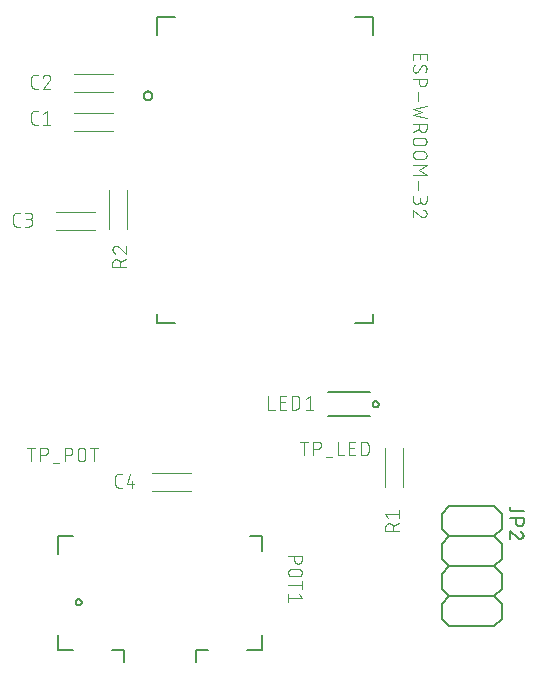
<source format=gto>
G04 EAGLE Gerber RS-274X export*
G75*
%MOMM*%
%FSLAX34Y34*%
%LPD*%
%INSilkscreen Top*%
%IPPOS*%
%AMOC8*
5,1,8,0,0,1.08239X$1,22.5*%
G01*
%ADD10C,0.076200*%
%ADD11C,0.101600*%
%ADD12C,0.152400*%
%ADD13C,0.127000*%


D10*
X214630Y459740D02*
X181610Y459740D01*
X181610Y474980D02*
X214630Y474980D01*
D11*
X150481Y465328D02*
X147884Y465328D01*
X147785Y465330D01*
X147685Y465336D01*
X147586Y465345D01*
X147488Y465358D01*
X147390Y465375D01*
X147292Y465396D01*
X147196Y465421D01*
X147101Y465449D01*
X147007Y465481D01*
X146914Y465516D01*
X146822Y465555D01*
X146732Y465598D01*
X146644Y465643D01*
X146557Y465693D01*
X146473Y465745D01*
X146390Y465801D01*
X146310Y465859D01*
X146232Y465921D01*
X146157Y465986D01*
X146084Y466054D01*
X146014Y466124D01*
X145946Y466197D01*
X145881Y466272D01*
X145819Y466350D01*
X145761Y466430D01*
X145705Y466513D01*
X145653Y466597D01*
X145603Y466684D01*
X145558Y466772D01*
X145515Y466862D01*
X145476Y466954D01*
X145441Y467047D01*
X145409Y467141D01*
X145381Y467236D01*
X145356Y467332D01*
X145335Y467430D01*
X145318Y467528D01*
X145305Y467626D01*
X145296Y467725D01*
X145290Y467825D01*
X145288Y467924D01*
X145288Y474416D01*
X145290Y474515D01*
X145296Y474615D01*
X145305Y474714D01*
X145318Y474812D01*
X145335Y474910D01*
X145356Y475008D01*
X145381Y475104D01*
X145409Y475199D01*
X145441Y475293D01*
X145476Y475386D01*
X145515Y475478D01*
X145558Y475568D01*
X145603Y475656D01*
X145653Y475743D01*
X145705Y475827D01*
X145761Y475910D01*
X145819Y475990D01*
X145881Y476068D01*
X145946Y476143D01*
X146014Y476216D01*
X146084Y476286D01*
X146157Y476354D01*
X146232Y476419D01*
X146310Y476481D01*
X146390Y476539D01*
X146473Y476595D01*
X146557Y476647D01*
X146644Y476697D01*
X146732Y476742D01*
X146822Y476785D01*
X146914Y476824D01*
X147006Y476859D01*
X147101Y476891D01*
X147196Y476919D01*
X147292Y476944D01*
X147390Y476965D01*
X147488Y476982D01*
X147586Y476995D01*
X147685Y477004D01*
X147785Y477010D01*
X147884Y477012D01*
X150481Y477012D01*
X154846Y474416D02*
X158092Y477012D01*
X158092Y465328D01*
X161337Y465328D02*
X154846Y465328D01*
D10*
X181610Y492760D02*
X214630Y492760D01*
X214630Y508000D02*
X181610Y508000D01*
D11*
X150481Y495808D02*
X147884Y495808D01*
X147785Y495810D01*
X147685Y495816D01*
X147586Y495825D01*
X147488Y495838D01*
X147390Y495855D01*
X147292Y495876D01*
X147196Y495901D01*
X147101Y495929D01*
X147007Y495961D01*
X146914Y495996D01*
X146822Y496035D01*
X146732Y496078D01*
X146644Y496123D01*
X146557Y496173D01*
X146473Y496225D01*
X146390Y496281D01*
X146310Y496339D01*
X146232Y496401D01*
X146157Y496466D01*
X146084Y496534D01*
X146014Y496604D01*
X145946Y496677D01*
X145881Y496752D01*
X145819Y496830D01*
X145761Y496910D01*
X145705Y496993D01*
X145653Y497077D01*
X145603Y497164D01*
X145558Y497252D01*
X145515Y497342D01*
X145476Y497434D01*
X145441Y497527D01*
X145409Y497621D01*
X145381Y497716D01*
X145356Y497812D01*
X145335Y497910D01*
X145318Y498008D01*
X145305Y498106D01*
X145296Y498205D01*
X145290Y498305D01*
X145288Y498404D01*
X145288Y504896D01*
X145290Y504995D01*
X145296Y505095D01*
X145305Y505194D01*
X145318Y505292D01*
X145335Y505390D01*
X145356Y505488D01*
X145381Y505584D01*
X145409Y505679D01*
X145441Y505773D01*
X145476Y505866D01*
X145515Y505958D01*
X145558Y506048D01*
X145603Y506136D01*
X145653Y506223D01*
X145705Y506307D01*
X145761Y506390D01*
X145819Y506470D01*
X145881Y506548D01*
X145946Y506623D01*
X146014Y506696D01*
X146084Y506766D01*
X146157Y506834D01*
X146232Y506899D01*
X146310Y506961D01*
X146390Y507019D01*
X146473Y507075D01*
X146557Y507127D01*
X146644Y507177D01*
X146732Y507222D01*
X146822Y507265D01*
X146914Y507304D01*
X147006Y507339D01*
X147101Y507371D01*
X147196Y507399D01*
X147292Y507424D01*
X147390Y507445D01*
X147488Y507462D01*
X147586Y507475D01*
X147685Y507484D01*
X147785Y507490D01*
X147884Y507492D01*
X150481Y507492D01*
X158416Y507492D02*
X158523Y507490D01*
X158629Y507484D01*
X158735Y507474D01*
X158841Y507461D01*
X158947Y507443D01*
X159051Y507422D01*
X159155Y507397D01*
X159258Y507368D01*
X159359Y507336D01*
X159459Y507299D01*
X159558Y507259D01*
X159656Y507216D01*
X159752Y507169D01*
X159846Y507118D01*
X159938Y507064D01*
X160028Y507007D01*
X160116Y506947D01*
X160201Y506883D01*
X160284Y506816D01*
X160365Y506746D01*
X160443Y506674D01*
X160519Y506598D01*
X160591Y506520D01*
X160661Y506439D01*
X160728Y506356D01*
X160792Y506271D01*
X160852Y506183D01*
X160909Y506093D01*
X160963Y506001D01*
X161014Y505907D01*
X161061Y505811D01*
X161104Y505713D01*
X161144Y505614D01*
X161181Y505514D01*
X161213Y505413D01*
X161242Y505310D01*
X161267Y505206D01*
X161288Y505102D01*
X161306Y504996D01*
X161319Y504890D01*
X161329Y504784D01*
X161335Y504678D01*
X161337Y504571D01*
X158416Y507492D02*
X158295Y507490D01*
X158174Y507484D01*
X158054Y507474D01*
X157933Y507461D01*
X157814Y507443D01*
X157694Y507422D01*
X157576Y507397D01*
X157459Y507368D01*
X157342Y507335D01*
X157227Y507299D01*
X157113Y507258D01*
X157000Y507215D01*
X156888Y507167D01*
X156779Y507116D01*
X156671Y507061D01*
X156564Y507003D01*
X156460Y506942D01*
X156358Y506877D01*
X156258Y506809D01*
X156160Y506738D01*
X156064Y506664D01*
X155971Y506587D01*
X155881Y506506D01*
X155793Y506423D01*
X155708Y506337D01*
X155625Y506248D01*
X155546Y506157D01*
X155469Y506063D01*
X155396Y505967D01*
X155326Y505869D01*
X155259Y505768D01*
X155195Y505665D01*
X155135Y505560D01*
X155078Y505453D01*
X155024Y505345D01*
X154974Y505235D01*
X154928Y505123D01*
X154885Y505010D01*
X154846Y504895D01*
X160364Y502299D02*
X160443Y502376D01*
X160519Y502457D01*
X160592Y502540D01*
X160662Y502625D01*
X160729Y502713D01*
X160793Y502803D01*
X160853Y502895D01*
X160910Y502990D01*
X160964Y503086D01*
X161015Y503184D01*
X161062Y503284D01*
X161106Y503386D01*
X161146Y503489D01*
X161182Y503593D01*
X161214Y503699D01*
X161243Y503805D01*
X161268Y503913D01*
X161290Y504021D01*
X161307Y504131D01*
X161321Y504240D01*
X161330Y504350D01*
X161336Y504461D01*
X161338Y504571D01*
X160364Y502299D02*
X154846Y495808D01*
X161337Y495808D01*
D10*
X166370Y375920D02*
X199390Y375920D01*
X199390Y391160D02*
X166370Y391160D01*
D11*
X135241Y378968D02*
X132644Y378968D01*
X132545Y378970D01*
X132445Y378976D01*
X132346Y378985D01*
X132248Y378998D01*
X132150Y379015D01*
X132052Y379036D01*
X131956Y379061D01*
X131861Y379089D01*
X131767Y379121D01*
X131674Y379156D01*
X131582Y379195D01*
X131492Y379238D01*
X131404Y379283D01*
X131317Y379333D01*
X131233Y379385D01*
X131150Y379441D01*
X131070Y379499D01*
X130992Y379561D01*
X130917Y379626D01*
X130844Y379694D01*
X130774Y379764D01*
X130706Y379837D01*
X130641Y379912D01*
X130579Y379990D01*
X130521Y380070D01*
X130465Y380153D01*
X130413Y380237D01*
X130363Y380324D01*
X130318Y380412D01*
X130275Y380502D01*
X130236Y380594D01*
X130201Y380687D01*
X130169Y380781D01*
X130141Y380876D01*
X130116Y380972D01*
X130095Y381070D01*
X130078Y381168D01*
X130065Y381266D01*
X130056Y381365D01*
X130050Y381465D01*
X130048Y381564D01*
X130048Y388056D01*
X130050Y388155D01*
X130056Y388255D01*
X130065Y388354D01*
X130078Y388452D01*
X130095Y388550D01*
X130116Y388648D01*
X130141Y388744D01*
X130169Y388839D01*
X130201Y388933D01*
X130236Y389026D01*
X130275Y389118D01*
X130318Y389208D01*
X130363Y389296D01*
X130413Y389383D01*
X130465Y389467D01*
X130521Y389550D01*
X130579Y389630D01*
X130641Y389708D01*
X130706Y389783D01*
X130774Y389856D01*
X130844Y389926D01*
X130917Y389994D01*
X130992Y390059D01*
X131070Y390121D01*
X131150Y390179D01*
X131233Y390235D01*
X131317Y390287D01*
X131404Y390337D01*
X131492Y390382D01*
X131582Y390425D01*
X131674Y390464D01*
X131766Y390499D01*
X131861Y390531D01*
X131956Y390559D01*
X132052Y390584D01*
X132150Y390605D01*
X132248Y390622D01*
X132346Y390635D01*
X132445Y390644D01*
X132545Y390650D01*
X132644Y390652D01*
X135241Y390652D01*
X139606Y378968D02*
X142852Y378968D01*
X142965Y378970D01*
X143078Y378976D01*
X143191Y378986D01*
X143304Y379000D01*
X143416Y379017D01*
X143527Y379039D01*
X143637Y379064D01*
X143747Y379094D01*
X143855Y379127D01*
X143962Y379164D01*
X144068Y379204D01*
X144172Y379249D01*
X144275Y379297D01*
X144376Y379348D01*
X144475Y379403D01*
X144572Y379461D01*
X144667Y379523D01*
X144760Y379588D01*
X144850Y379656D01*
X144938Y379727D01*
X145024Y379802D01*
X145107Y379879D01*
X145187Y379959D01*
X145264Y380042D01*
X145339Y380128D01*
X145410Y380216D01*
X145478Y380306D01*
X145543Y380399D01*
X145605Y380494D01*
X145663Y380591D01*
X145718Y380690D01*
X145769Y380791D01*
X145817Y380894D01*
X145862Y380998D01*
X145902Y381104D01*
X145939Y381211D01*
X145972Y381319D01*
X146002Y381429D01*
X146027Y381539D01*
X146049Y381650D01*
X146066Y381762D01*
X146080Y381875D01*
X146090Y381988D01*
X146096Y382101D01*
X146098Y382214D01*
X146096Y382327D01*
X146090Y382440D01*
X146080Y382553D01*
X146066Y382666D01*
X146049Y382778D01*
X146027Y382889D01*
X146002Y382999D01*
X145972Y383109D01*
X145939Y383217D01*
X145902Y383324D01*
X145862Y383430D01*
X145817Y383534D01*
X145769Y383637D01*
X145718Y383738D01*
X145663Y383837D01*
X145605Y383934D01*
X145543Y384029D01*
X145478Y384122D01*
X145410Y384212D01*
X145339Y384300D01*
X145264Y384386D01*
X145187Y384469D01*
X145107Y384549D01*
X145024Y384626D01*
X144938Y384701D01*
X144850Y384772D01*
X144760Y384840D01*
X144667Y384905D01*
X144572Y384967D01*
X144475Y385025D01*
X144376Y385080D01*
X144275Y385131D01*
X144172Y385179D01*
X144068Y385224D01*
X143962Y385264D01*
X143855Y385301D01*
X143747Y385334D01*
X143637Y385364D01*
X143527Y385389D01*
X143416Y385411D01*
X143304Y385428D01*
X143191Y385442D01*
X143078Y385452D01*
X142965Y385458D01*
X142852Y385460D01*
X143501Y390652D02*
X139606Y390652D01*
X143501Y390652D02*
X143602Y390650D01*
X143702Y390644D01*
X143802Y390634D01*
X143902Y390621D01*
X144001Y390603D01*
X144100Y390582D01*
X144197Y390557D01*
X144294Y390528D01*
X144389Y390495D01*
X144483Y390459D01*
X144575Y390419D01*
X144666Y390376D01*
X144755Y390329D01*
X144842Y390279D01*
X144928Y390225D01*
X145011Y390168D01*
X145091Y390108D01*
X145170Y390045D01*
X145246Y389978D01*
X145319Y389909D01*
X145389Y389837D01*
X145457Y389763D01*
X145522Y389686D01*
X145583Y389606D01*
X145642Y389524D01*
X145697Y389440D01*
X145749Y389354D01*
X145798Y389266D01*
X145843Y389176D01*
X145885Y389084D01*
X145923Y388991D01*
X145957Y388896D01*
X145988Y388801D01*
X146015Y388704D01*
X146038Y388606D01*
X146058Y388507D01*
X146073Y388407D01*
X146085Y388307D01*
X146093Y388207D01*
X146097Y388106D01*
X146097Y388006D01*
X146093Y387905D01*
X146085Y387805D01*
X146073Y387705D01*
X146058Y387605D01*
X146038Y387506D01*
X146015Y387408D01*
X145988Y387311D01*
X145957Y387216D01*
X145923Y387121D01*
X145885Y387028D01*
X145843Y386936D01*
X145798Y386846D01*
X145749Y386758D01*
X145697Y386672D01*
X145642Y386588D01*
X145583Y386506D01*
X145522Y386426D01*
X145457Y386349D01*
X145389Y386275D01*
X145319Y386203D01*
X145246Y386134D01*
X145170Y386067D01*
X145091Y386004D01*
X145011Y385944D01*
X144928Y385887D01*
X144842Y385833D01*
X144755Y385783D01*
X144666Y385736D01*
X144575Y385693D01*
X144483Y385653D01*
X144389Y385617D01*
X144294Y385584D01*
X144197Y385555D01*
X144100Y385530D01*
X144001Y385509D01*
X143902Y385491D01*
X143802Y385478D01*
X143702Y385468D01*
X143602Y385462D01*
X143501Y385460D01*
X143501Y385459D02*
X140904Y385459D01*
D10*
X247650Y170180D02*
X280670Y170180D01*
X280670Y154940D02*
X247650Y154940D01*
D11*
X221601Y157988D02*
X219004Y157988D01*
X218905Y157990D01*
X218805Y157996D01*
X218706Y158005D01*
X218608Y158018D01*
X218510Y158035D01*
X218412Y158056D01*
X218316Y158081D01*
X218221Y158109D01*
X218127Y158141D01*
X218034Y158176D01*
X217942Y158215D01*
X217852Y158258D01*
X217764Y158303D01*
X217677Y158353D01*
X217593Y158405D01*
X217510Y158461D01*
X217430Y158519D01*
X217352Y158581D01*
X217277Y158646D01*
X217204Y158714D01*
X217134Y158784D01*
X217066Y158857D01*
X217001Y158932D01*
X216939Y159010D01*
X216881Y159090D01*
X216825Y159173D01*
X216773Y159257D01*
X216723Y159344D01*
X216678Y159432D01*
X216635Y159522D01*
X216596Y159614D01*
X216561Y159707D01*
X216529Y159801D01*
X216501Y159896D01*
X216476Y159992D01*
X216455Y160090D01*
X216438Y160188D01*
X216425Y160286D01*
X216416Y160385D01*
X216410Y160485D01*
X216408Y160584D01*
X216408Y167076D01*
X216410Y167175D01*
X216416Y167275D01*
X216425Y167374D01*
X216438Y167472D01*
X216455Y167570D01*
X216476Y167668D01*
X216501Y167764D01*
X216529Y167859D01*
X216561Y167953D01*
X216596Y168046D01*
X216635Y168138D01*
X216678Y168228D01*
X216723Y168316D01*
X216773Y168403D01*
X216825Y168487D01*
X216881Y168570D01*
X216939Y168650D01*
X217001Y168728D01*
X217066Y168803D01*
X217134Y168876D01*
X217204Y168946D01*
X217277Y169014D01*
X217352Y169079D01*
X217430Y169141D01*
X217510Y169199D01*
X217593Y169255D01*
X217677Y169307D01*
X217764Y169357D01*
X217852Y169402D01*
X217942Y169445D01*
X218034Y169484D01*
X218126Y169519D01*
X218221Y169551D01*
X218316Y169579D01*
X218412Y169604D01*
X218510Y169625D01*
X218608Y169642D01*
X218706Y169655D01*
X218805Y169664D01*
X218905Y169670D01*
X219004Y169672D01*
X221601Y169672D01*
X228563Y169672D02*
X225966Y160584D01*
X232457Y160584D01*
X230510Y163181D02*
X230510Y157988D01*
D12*
X492760Y135890D02*
X499110Y142240D01*
X492760Y123190D02*
X499110Y116840D01*
X492760Y110490D01*
X492760Y97790D02*
X499110Y91440D01*
X492760Y85090D01*
X492760Y72390D02*
X499110Y66040D01*
X499110Y142240D02*
X537210Y142240D01*
X543560Y135890D01*
X543560Y123190D01*
X537210Y116840D01*
X543560Y110490D01*
X543560Y97790D01*
X537210Y91440D01*
X543560Y85090D01*
X543560Y72390D01*
X537210Y66040D01*
X537210Y116840D02*
X499110Y116840D01*
X499110Y91440D02*
X537210Y91440D01*
X537210Y66040D02*
X499110Y66040D01*
X492760Y72390D02*
X492760Y85090D01*
X492760Y97790D02*
X492760Y110490D01*
X492760Y123190D02*
X492760Y135890D01*
X499110Y66040D02*
X492760Y59690D01*
X492760Y46990D02*
X499110Y40640D01*
X537210Y66040D02*
X543560Y59690D01*
X543560Y46990D01*
X537210Y40640D01*
X499110Y40640D01*
X492760Y46990D02*
X492760Y59690D01*
D13*
X553085Y137795D02*
X561975Y137795D01*
X553085Y137795D02*
X552985Y137797D01*
X552886Y137803D01*
X552786Y137813D01*
X552688Y137826D01*
X552589Y137844D01*
X552492Y137865D01*
X552396Y137890D01*
X552300Y137919D01*
X552206Y137952D01*
X552113Y137988D01*
X552022Y138028D01*
X551932Y138072D01*
X551844Y138119D01*
X551758Y138169D01*
X551674Y138223D01*
X551592Y138280D01*
X551513Y138340D01*
X551435Y138404D01*
X551361Y138470D01*
X551289Y138539D01*
X551220Y138611D01*
X551154Y138685D01*
X551090Y138763D01*
X551030Y138842D01*
X550973Y138924D01*
X550919Y139008D01*
X550869Y139094D01*
X550822Y139182D01*
X550778Y139272D01*
X550738Y139363D01*
X550702Y139456D01*
X550669Y139550D01*
X550640Y139646D01*
X550615Y139742D01*
X550594Y139839D01*
X550576Y139938D01*
X550563Y140036D01*
X550553Y140136D01*
X550547Y140235D01*
X550545Y140335D01*
X550545Y141605D01*
X550545Y131815D02*
X561975Y131815D01*
X561975Y128640D01*
X561973Y128529D01*
X561967Y128419D01*
X561958Y128308D01*
X561944Y128198D01*
X561927Y128089D01*
X561906Y127980D01*
X561881Y127872D01*
X561852Y127765D01*
X561820Y127659D01*
X561784Y127554D01*
X561744Y127451D01*
X561701Y127349D01*
X561654Y127248D01*
X561603Y127149D01*
X561550Y127052D01*
X561493Y126958D01*
X561432Y126865D01*
X561369Y126774D01*
X561302Y126685D01*
X561232Y126599D01*
X561159Y126516D01*
X561084Y126434D01*
X561006Y126356D01*
X560924Y126281D01*
X560841Y126208D01*
X560755Y126138D01*
X560666Y126071D01*
X560575Y126008D01*
X560482Y125947D01*
X560388Y125890D01*
X560291Y125837D01*
X560192Y125786D01*
X560091Y125739D01*
X559989Y125696D01*
X559886Y125656D01*
X559781Y125620D01*
X559675Y125588D01*
X559568Y125559D01*
X559460Y125534D01*
X559351Y125513D01*
X559242Y125496D01*
X559132Y125482D01*
X559021Y125473D01*
X558911Y125467D01*
X558800Y125465D01*
X558689Y125467D01*
X558579Y125473D01*
X558468Y125482D01*
X558358Y125496D01*
X558249Y125513D01*
X558140Y125534D01*
X558032Y125559D01*
X557925Y125588D01*
X557819Y125620D01*
X557714Y125656D01*
X557611Y125696D01*
X557509Y125739D01*
X557408Y125786D01*
X557309Y125837D01*
X557213Y125890D01*
X557118Y125947D01*
X557025Y126008D01*
X556934Y126071D01*
X556845Y126138D01*
X556759Y126208D01*
X556676Y126281D01*
X556594Y126356D01*
X556516Y126434D01*
X556441Y126516D01*
X556368Y126599D01*
X556298Y126685D01*
X556231Y126774D01*
X556168Y126865D01*
X556107Y126958D01*
X556050Y127053D01*
X555997Y127149D01*
X555946Y127248D01*
X555899Y127349D01*
X555856Y127451D01*
X555816Y127554D01*
X555780Y127659D01*
X555748Y127765D01*
X555719Y127872D01*
X555694Y127980D01*
X555673Y128089D01*
X555656Y128198D01*
X555642Y128308D01*
X555633Y128419D01*
X555627Y128529D01*
X555625Y128640D01*
X555625Y131815D01*
X561976Y117464D02*
X561974Y117360D01*
X561968Y117255D01*
X561959Y117151D01*
X561946Y117048D01*
X561928Y116945D01*
X561908Y116843D01*
X561883Y116741D01*
X561855Y116641D01*
X561823Y116541D01*
X561787Y116443D01*
X561748Y116346D01*
X561706Y116251D01*
X561660Y116157D01*
X561610Y116065D01*
X561558Y115975D01*
X561502Y115887D01*
X561442Y115801D01*
X561380Y115717D01*
X561315Y115636D01*
X561247Y115557D01*
X561175Y115480D01*
X561102Y115407D01*
X561025Y115335D01*
X560946Y115267D01*
X560865Y115202D01*
X560781Y115140D01*
X560695Y115080D01*
X560607Y115024D01*
X560517Y114972D01*
X560425Y114922D01*
X560331Y114876D01*
X560236Y114834D01*
X560139Y114795D01*
X560041Y114759D01*
X559941Y114727D01*
X559841Y114699D01*
X559739Y114674D01*
X559637Y114654D01*
X559534Y114636D01*
X559431Y114623D01*
X559327Y114614D01*
X559222Y114608D01*
X559118Y114606D01*
X561975Y117464D02*
X561973Y117582D01*
X561967Y117701D01*
X561958Y117819D01*
X561945Y117936D01*
X561927Y118053D01*
X561907Y118170D01*
X561882Y118286D01*
X561854Y118401D01*
X561821Y118514D01*
X561786Y118627D01*
X561746Y118739D01*
X561704Y118849D01*
X561657Y118958D01*
X561607Y119066D01*
X561554Y119171D01*
X561497Y119275D01*
X561437Y119377D01*
X561374Y119477D01*
X561307Y119575D01*
X561238Y119671D01*
X561165Y119764D01*
X561089Y119855D01*
X561011Y119944D01*
X560929Y120030D01*
X560845Y120113D01*
X560759Y120194D01*
X560669Y120271D01*
X560578Y120346D01*
X560484Y120418D01*
X560387Y120487D01*
X560289Y120552D01*
X560188Y120615D01*
X560085Y120674D01*
X559981Y120730D01*
X559875Y120782D01*
X559767Y120831D01*
X559658Y120876D01*
X559547Y120918D01*
X559435Y120956D01*
X556896Y115558D02*
X556971Y115482D01*
X557050Y115407D01*
X557131Y115336D01*
X557215Y115267D01*
X557301Y115202D01*
X557389Y115140D01*
X557479Y115080D01*
X557571Y115024D01*
X557666Y114971D01*
X557762Y114922D01*
X557860Y114876D01*
X557959Y114833D01*
X558060Y114794D01*
X558162Y114759D01*
X558265Y114727D01*
X558369Y114699D01*
X558474Y114674D01*
X558581Y114653D01*
X558687Y114636D01*
X558794Y114623D01*
X558902Y114614D01*
X559010Y114608D01*
X559118Y114606D01*
X556895Y115559D02*
X550545Y120956D01*
X550545Y114606D01*
X431800Y218440D02*
X396240Y218440D01*
X396240Y238760D02*
X431800Y238760D01*
X434340Y228600D02*
X434342Y228700D01*
X434348Y228801D01*
X434358Y228900D01*
X434372Y229000D01*
X434389Y229099D01*
X434411Y229197D01*
X434437Y229294D01*
X434466Y229390D01*
X434499Y229484D01*
X434536Y229578D01*
X434576Y229670D01*
X434620Y229760D01*
X434668Y229848D01*
X434719Y229935D01*
X434773Y230019D01*
X434831Y230101D01*
X434892Y230181D01*
X434956Y230258D01*
X435023Y230333D01*
X435093Y230405D01*
X435166Y230474D01*
X435241Y230540D01*
X435319Y230604D01*
X435399Y230664D01*
X435482Y230721D01*
X435567Y230774D01*
X435654Y230824D01*
X435743Y230871D01*
X435833Y230914D01*
X435925Y230954D01*
X436019Y230990D01*
X436114Y231022D01*
X436210Y231050D01*
X436308Y231075D01*
X436406Y231095D01*
X436505Y231112D01*
X436605Y231125D01*
X436704Y231134D01*
X436805Y231139D01*
X436905Y231140D01*
X437005Y231137D01*
X437106Y231130D01*
X437205Y231119D01*
X437305Y231104D01*
X437403Y231086D01*
X437501Y231063D01*
X437598Y231036D01*
X437693Y231006D01*
X437788Y230972D01*
X437881Y230934D01*
X437972Y230893D01*
X438062Y230848D01*
X438150Y230800D01*
X438236Y230748D01*
X438320Y230693D01*
X438401Y230634D01*
X438480Y230572D01*
X438557Y230508D01*
X438631Y230440D01*
X438702Y230369D01*
X438771Y230296D01*
X438836Y230220D01*
X438899Y230141D01*
X438958Y230060D01*
X439014Y229977D01*
X439067Y229892D01*
X439116Y229804D01*
X439162Y229715D01*
X439204Y229624D01*
X439243Y229531D01*
X439278Y229437D01*
X439309Y229342D01*
X439337Y229245D01*
X439360Y229148D01*
X439380Y229049D01*
X439396Y228950D01*
X439408Y228851D01*
X439416Y228750D01*
X439420Y228650D01*
X439420Y228550D01*
X439416Y228450D01*
X439408Y228349D01*
X439396Y228250D01*
X439380Y228151D01*
X439360Y228052D01*
X439337Y227955D01*
X439309Y227858D01*
X439278Y227763D01*
X439243Y227669D01*
X439204Y227576D01*
X439162Y227485D01*
X439116Y227396D01*
X439067Y227308D01*
X439014Y227223D01*
X438958Y227140D01*
X438899Y227059D01*
X438836Y226980D01*
X438771Y226904D01*
X438702Y226831D01*
X438631Y226760D01*
X438557Y226692D01*
X438480Y226628D01*
X438401Y226566D01*
X438320Y226507D01*
X438236Y226452D01*
X438150Y226400D01*
X438062Y226352D01*
X437972Y226307D01*
X437881Y226266D01*
X437788Y226228D01*
X437693Y226194D01*
X437598Y226164D01*
X437501Y226137D01*
X437403Y226114D01*
X437305Y226096D01*
X437205Y226081D01*
X437106Y226070D01*
X437005Y226063D01*
X436905Y226060D01*
X436805Y226061D01*
X436704Y226066D01*
X436605Y226075D01*
X436505Y226088D01*
X436406Y226105D01*
X436308Y226125D01*
X436210Y226150D01*
X436114Y226178D01*
X436019Y226210D01*
X435925Y226246D01*
X435833Y226286D01*
X435743Y226329D01*
X435654Y226376D01*
X435567Y226426D01*
X435482Y226479D01*
X435399Y226536D01*
X435319Y226596D01*
X435241Y226660D01*
X435166Y226726D01*
X435093Y226795D01*
X435023Y226867D01*
X434956Y226942D01*
X434892Y227019D01*
X434831Y227099D01*
X434773Y227181D01*
X434719Y227265D01*
X434668Y227352D01*
X434620Y227440D01*
X434576Y227530D01*
X434536Y227622D01*
X434499Y227716D01*
X434466Y227810D01*
X434437Y227906D01*
X434411Y228003D01*
X434389Y228101D01*
X434372Y228200D01*
X434358Y228300D01*
X434348Y228399D01*
X434342Y228500D01*
X434340Y228600D01*
D11*
X345948Y224028D02*
X345948Y235712D01*
X345948Y224028D02*
X351141Y224028D01*
X355854Y224028D02*
X361047Y224028D01*
X355854Y224028D02*
X355854Y235712D01*
X361047Y235712D01*
X359749Y230519D02*
X355854Y230519D01*
X365737Y235712D02*
X365737Y224028D01*
X365737Y235712D02*
X368983Y235712D01*
X369096Y235710D01*
X369209Y235704D01*
X369322Y235694D01*
X369435Y235680D01*
X369547Y235663D01*
X369658Y235641D01*
X369768Y235616D01*
X369878Y235586D01*
X369986Y235553D01*
X370093Y235516D01*
X370199Y235476D01*
X370303Y235431D01*
X370406Y235383D01*
X370507Y235332D01*
X370606Y235277D01*
X370703Y235219D01*
X370798Y235157D01*
X370891Y235092D01*
X370981Y235024D01*
X371069Y234953D01*
X371155Y234878D01*
X371238Y234801D01*
X371318Y234721D01*
X371395Y234638D01*
X371470Y234552D01*
X371541Y234464D01*
X371609Y234374D01*
X371674Y234281D01*
X371736Y234186D01*
X371794Y234089D01*
X371849Y233990D01*
X371900Y233889D01*
X371948Y233786D01*
X371993Y233682D01*
X372033Y233576D01*
X372070Y233469D01*
X372103Y233361D01*
X372133Y233251D01*
X372158Y233141D01*
X372180Y233030D01*
X372197Y232918D01*
X372211Y232805D01*
X372221Y232692D01*
X372227Y232579D01*
X372229Y232466D01*
X372229Y227274D01*
X372227Y227161D01*
X372221Y227048D01*
X372211Y226935D01*
X372197Y226822D01*
X372180Y226710D01*
X372158Y226599D01*
X372133Y226489D01*
X372103Y226379D01*
X372070Y226271D01*
X372033Y226164D01*
X371993Y226058D01*
X371948Y225954D01*
X371900Y225851D01*
X371849Y225750D01*
X371794Y225651D01*
X371736Y225554D01*
X371674Y225459D01*
X371609Y225366D01*
X371541Y225276D01*
X371470Y225188D01*
X371395Y225102D01*
X371318Y225019D01*
X371238Y224939D01*
X371155Y224862D01*
X371069Y224787D01*
X370981Y224716D01*
X370891Y224648D01*
X370798Y224583D01*
X370703Y224521D01*
X370606Y224463D01*
X370507Y224408D01*
X370406Y224357D01*
X370303Y224309D01*
X370199Y224264D01*
X370093Y224224D01*
X369986Y224187D01*
X369878Y224154D01*
X369768Y224124D01*
X369658Y224099D01*
X369547Y224077D01*
X369435Y224060D01*
X369322Y224046D01*
X369209Y224036D01*
X369096Y224030D01*
X368983Y224028D01*
X365737Y224028D01*
X377548Y233116D02*
X380794Y235712D01*
X380794Y224028D01*
X384039Y224028D02*
X377548Y224028D01*
D10*
X444500Y191770D02*
X444500Y158750D01*
X459740Y158750D02*
X459740Y191770D01*
D11*
X456692Y121158D02*
X445008Y121158D01*
X445008Y124404D01*
X445010Y124517D01*
X445016Y124630D01*
X445026Y124743D01*
X445040Y124856D01*
X445057Y124968D01*
X445079Y125079D01*
X445104Y125189D01*
X445134Y125299D01*
X445167Y125407D01*
X445204Y125514D01*
X445244Y125620D01*
X445289Y125724D01*
X445337Y125827D01*
X445388Y125928D01*
X445443Y126027D01*
X445501Y126124D01*
X445563Y126219D01*
X445628Y126312D01*
X445696Y126402D01*
X445767Y126490D01*
X445842Y126576D01*
X445919Y126659D01*
X445999Y126739D01*
X446082Y126816D01*
X446168Y126891D01*
X446256Y126962D01*
X446346Y127030D01*
X446439Y127095D01*
X446534Y127157D01*
X446631Y127215D01*
X446730Y127270D01*
X446831Y127321D01*
X446934Y127369D01*
X447038Y127414D01*
X447144Y127454D01*
X447251Y127491D01*
X447359Y127524D01*
X447469Y127554D01*
X447579Y127579D01*
X447690Y127601D01*
X447802Y127618D01*
X447915Y127632D01*
X448028Y127642D01*
X448141Y127648D01*
X448254Y127650D01*
X448367Y127648D01*
X448480Y127642D01*
X448593Y127632D01*
X448706Y127618D01*
X448818Y127601D01*
X448929Y127579D01*
X449039Y127554D01*
X449149Y127524D01*
X449257Y127491D01*
X449364Y127454D01*
X449470Y127414D01*
X449574Y127369D01*
X449677Y127321D01*
X449778Y127270D01*
X449877Y127215D01*
X449974Y127157D01*
X450069Y127095D01*
X450162Y127030D01*
X450252Y126962D01*
X450340Y126891D01*
X450426Y126816D01*
X450509Y126739D01*
X450589Y126659D01*
X450666Y126576D01*
X450741Y126490D01*
X450812Y126402D01*
X450880Y126312D01*
X450945Y126219D01*
X451007Y126124D01*
X451065Y126027D01*
X451120Y125928D01*
X451171Y125827D01*
X451219Y125724D01*
X451264Y125620D01*
X451304Y125514D01*
X451341Y125407D01*
X451374Y125299D01*
X451404Y125189D01*
X451429Y125079D01*
X451451Y124968D01*
X451468Y124856D01*
X451482Y124743D01*
X451492Y124630D01*
X451498Y124517D01*
X451500Y124404D01*
X451499Y124404D02*
X451499Y121158D01*
X451499Y125053D02*
X456692Y127649D01*
X447604Y132514D02*
X445008Y135760D01*
X456692Y135760D01*
X456692Y139005D02*
X456692Y132514D01*
D10*
X210820Y377190D02*
X210820Y410210D01*
X226060Y410210D02*
X226060Y377190D01*
D11*
X225552Y344678D02*
X213868Y344678D01*
X213868Y347924D01*
X213870Y348037D01*
X213876Y348150D01*
X213886Y348263D01*
X213900Y348376D01*
X213917Y348488D01*
X213939Y348599D01*
X213964Y348709D01*
X213994Y348819D01*
X214027Y348927D01*
X214064Y349034D01*
X214104Y349140D01*
X214149Y349244D01*
X214197Y349347D01*
X214248Y349448D01*
X214303Y349547D01*
X214361Y349644D01*
X214423Y349739D01*
X214488Y349832D01*
X214556Y349922D01*
X214627Y350010D01*
X214702Y350096D01*
X214779Y350179D01*
X214859Y350259D01*
X214942Y350336D01*
X215028Y350411D01*
X215116Y350482D01*
X215206Y350550D01*
X215299Y350615D01*
X215394Y350677D01*
X215491Y350735D01*
X215590Y350790D01*
X215691Y350841D01*
X215794Y350889D01*
X215898Y350934D01*
X216004Y350974D01*
X216111Y351011D01*
X216219Y351044D01*
X216329Y351074D01*
X216439Y351099D01*
X216550Y351121D01*
X216662Y351138D01*
X216775Y351152D01*
X216888Y351162D01*
X217001Y351168D01*
X217114Y351170D01*
X217227Y351168D01*
X217340Y351162D01*
X217453Y351152D01*
X217566Y351138D01*
X217678Y351121D01*
X217789Y351099D01*
X217899Y351074D01*
X218009Y351044D01*
X218117Y351011D01*
X218224Y350974D01*
X218330Y350934D01*
X218434Y350889D01*
X218537Y350841D01*
X218638Y350790D01*
X218737Y350735D01*
X218834Y350677D01*
X218929Y350615D01*
X219022Y350550D01*
X219112Y350482D01*
X219200Y350411D01*
X219286Y350336D01*
X219369Y350259D01*
X219449Y350179D01*
X219526Y350096D01*
X219601Y350010D01*
X219672Y349922D01*
X219740Y349832D01*
X219805Y349739D01*
X219867Y349644D01*
X219925Y349547D01*
X219980Y349448D01*
X220031Y349347D01*
X220079Y349244D01*
X220124Y349140D01*
X220164Y349034D01*
X220201Y348927D01*
X220234Y348819D01*
X220264Y348709D01*
X220289Y348599D01*
X220311Y348488D01*
X220328Y348376D01*
X220342Y348263D01*
X220352Y348150D01*
X220358Y348037D01*
X220360Y347924D01*
X220359Y347924D02*
X220359Y344678D01*
X220359Y348573D02*
X225552Y351169D01*
X216789Y362525D02*
X216682Y362523D01*
X216576Y362517D01*
X216470Y362507D01*
X216364Y362494D01*
X216258Y362476D01*
X216154Y362455D01*
X216050Y362430D01*
X215947Y362401D01*
X215846Y362369D01*
X215746Y362332D01*
X215647Y362292D01*
X215549Y362249D01*
X215453Y362202D01*
X215359Y362151D01*
X215267Y362097D01*
X215177Y362040D01*
X215089Y361980D01*
X215004Y361916D01*
X214921Y361849D01*
X214840Y361779D01*
X214762Y361707D01*
X214686Y361631D01*
X214614Y361553D01*
X214544Y361472D01*
X214477Y361389D01*
X214413Y361304D01*
X214353Y361216D01*
X214296Y361126D01*
X214242Y361034D01*
X214191Y360940D01*
X214144Y360844D01*
X214101Y360746D01*
X214061Y360647D01*
X214024Y360547D01*
X213992Y360446D01*
X213963Y360343D01*
X213938Y360239D01*
X213917Y360135D01*
X213899Y360029D01*
X213886Y359923D01*
X213876Y359817D01*
X213870Y359711D01*
X213868Y359604D01*
X213870Y359483D01*
X213876Y359362D01*
X213886Y359242D01*
X213899Y359121D01*
X213917Y359002D01*
X213938Y358882D01*
X213963Y358764D01*
X213992Y358647D01*
X214025Y358530D01*
X214061Y358415D01*
X214102Y358301D01*
X214145Y358188D01*
X214193Y358076D01*
X214244Y357967D01*
X214299Y357859D01*
X214357Y357752D01*
X214418Y357648D01*
X214483Y357546D01*
X214551Y357446D01*
X214622Y357348D01*
X214696Y357252D01*
X214773Y357159D01*
X214854Y357069D01*
X214937Y356981D01*
X215023Y356896D01*
X215112Y356813D01*
X215203Y356734D01*
X215297Y356657D01*
X215393Y356584D01*
X215491Y356514D01*
X215592Y356447D01*
X215695Y356383D01*
X215800Y356323D01*
X215907Y356265D01*
X216015Y356212D01*
X216125Y356162D01*
X216237Y356116D01*
X216350Y356073D01*
X216465Y356034D01*
X219061Y361551D02*
X218983Y361630D01*
X218903Y361706D01*
X218820Y361779D01*
X218734Y361849D01*
X218647Y361916D01*
X218556Y361980D01*
X218464Y362040D01*
X218370Y362098D01*
X218273Y362152D01*
X218175Y362202D01*
X218075Y362249D01*
X217974Y362293D01*
X217871Y362333D01*
X217766Y362369D01*
X217661Y362401D01*
X217554Y362430D01*
X217447Y362455D01*
X217338Y362477D01*
X217229Y362494D01*
X217120Y362508D01*
X217010Y362517D01*
X216899Y362523D01*
X216789Y362525D01*
X219061Y361552D02*
X225552Y356034D01*
X225552Y362525D01*
D13*
X240294Y489720D02*
X240296Y489840D01*
X240302Y489960D01*
X240312Y490079D01*
X240326Y490198D01*
X240344Y490317D01*
X240365Y490435D01*
X240391Y490552D01*
X240421Y490668D01*
X240454Y490783D01*
X240491Y490897D01*
X240532Y491009D01*
X240577Y491121D01*
X240626Y491230D01*
X240678Y491338D01*
X240733Y491445D01*
X240792Y491549D01*
X240855Y491651D01*
X240921Y491751D01*
X240990Y491849D01*
X241062Y491945D01*
X241138Y492038D01*
X241216Y492128D01*
X241298Y492216D01*
X241382Y492301D01*
X241469Y492384D01*
X241559Y492463D01*
X241652Y492539D01*
X241747Y492612D01*
X241844Y492682D01*
X241944Y492749D01*
X242045Y492812D01*
X242149Y492872D01*
X242255Y492929D01*
X242362Y492982D01*
X242472Y493031D01*
X242583Y493077D01*
X242695Y493119D01*
X242809Y493157D01*
X242923Y493191D01*
X243039Y493222D01*
X243156Y493248D01*
X243274Y493271D01*
X243392Y493290D01*
X243511Y493305D01*
X243631Y493316D01*
X243750Y493323D01*
X243870Y493326D01*
X243990Y493325D01*
X244110Y493320D01*
X244229Y493311D01*
X244348Y493298D01*
X244467Y493281D01*
X244585Y493260D01*
X244702Y493236D01*
X244819Y493207D01*
X244934Y493175D01*
X245048Y493138D01*
X245161Y493098D01*
X245273Y493054D01*
X245383Y493007D01*
X245492Y492956D01*
X245598Y492901D01*
X245703Y492843D01*
X245806Y492781D01*
X245907Y492716D01*
X246005Y492648D01*
X246101Y492576D01*
X246195Y492502D01*
X246286Y492424D01*
X246375Y492343D01*
X246460Y492259D01*
X246543Y492173D01*
X246623Y492083D01*
X246701Y491992D01*
X246774Y491897D01*
X246845Y491801D01*
X246913Y491702D01*
X246977Y491600D01*
X247038Y491497D01*
X247095Y491392D01*
X247149Y491285D01*
X247199Y491176D01*
X247246Y491065D01*
X247289Y490953D01*
X247328Y490840D01*
X247363Y490725D01*
X247394Y490610D01*
X247422Y490493D01*
X247446Y490376D01*
X247466Y490257D01*
X247482Y490139D01*
X247494Y490019D01*
X247502Y489900D01*
X247506Y489780D01*
X247506Y489660D01*
X247502Y489540D01*
X247494Y489421D01*
X247482Y489301D01*
X247466Y489183D01*
X247446Y489064D01*
X247422Y488947D01*
X247394Y488830D01*
X247363Y488715D01*
X247328Y488600D01*
X247289Y488487D01*
X247246Y488375D01*
X247199Y488264D01*
X247149Y488155D01*
X247095Y488048D01*
X247038Y487943D01*
X246977Y487840D01*
X246913Y487738D01*
X246845Y487639D01*
X246774Y487543D01*
X246701Y487448D01*
X246623Y487357D01*
X246543Y487267D01*
X246460Y487181D01*
X246375Y487097D01*
X246286Y487016D01*
X246195Y486938D01*
X246101Y486864D01*
X246005Y486792D01*
X245907Y486724D01*
X245806Y486659D01*
X245703Y486597D01*
X245598Y486539D01*
X245492Y486484D01*
X245383Y486433D01*
X245273Y486386D01*
X245161Y486342D01*
X245048Y486302D01*
X244934Y486265D01*
X244819Y486233D01*
X244702Y486204D01*
X244585Y486180D01*
X244467Y486159D01*
X244348Y486142D01*
X244229Y486129D01*
X244110Y486120D01*
X243990Y486115D01*
X243870Y486114D01*
X243750Y486117D01*
X243631Y486124D01*
X243511Y486135D01*
X243392Y486150D01*
X243274Y486169D01*
X243156Y486192D01*
X243039Y486218D01*
X242923Y486249D01*
X242809Y486283D01*
X242695Y486321D01*
X242583Y486363D01*
X242472Y486409D01*
X242362Y486458D01*
X242255Y486511D01*
X242149Y486568D01*
X242045Y486628D01*
X241944Y486691D01*
X241844Y486758D01*
X241747Y486828D01*
X241652Y486901D01*
X241559Y486977D01*
X241469Y487056D01*
X241382Y487139D01*
X241298Y487224D01*
X241216Y487312D01*
X241138Y487402D01*
X241062Y487495D01*
X240990Y487591D01*
X240921Y487689D01*
X240855Y487789D01*
X240792Y487891D01*
X240733Y487995D01*
X240678Y488102D01*
X240626Y488210D01*
X240577Y488319D01*
X240532Y488431D01*
X240491Y488543D01*
X240454Y488657D01*
X240421Y488772D01*
X240391Y488888D01*
X240365Y489005D01*
X240344Y489123D01*
X240326Y489242D01*
X240312Y489361D01*
X240302Y489480D01*
X240296Y489600D01*
X240294Y489720D01*
X251460Y297180D02*
X266700Y297180D01*
X251460Y297180D02*
X251460Y304800D01*
X251460Y541020D02*
X251460Y556260D01*
X266700Y556260D01*
X419100Y556260D02*
X434340Y556260D01*
X434340Y541020D01*
X434340Y304800D02*
X434340Y297180D01*
X419100Y297180D01*
D11*
X468168Y519759D02*
X468168Y524952D01*
X479852Y524952D01*
X479852Y519759D01*
X474659Y521057D02*
X474659Y524952D01*
X468168Y511936D02*
X468170Y511837D01*
X468176Y511737D01*
X468185Y511638D01*
X468198Y511540D01*
X468215Y511442D01*
X468236Y511344D01*
X468261Y511248D01*
X468289Y511153D01*
X468321Y511059D01*
X468356Y510966D01*
X468395Y510874D01*
X468438Y510784D01*
X468483Y510696D01*
X468533Y510609D01*
X468585Y510525D01*
X468641Y510442D01*
X468699Y510362D01*
X468761Y510284D01*
X468826Y510209D01*
X468894Y510136D01*
X468964Y510066D01*
X469037Y509998D01*
X469112Y509933D01*
X469190Y509871D01*
X469270Y509813D01*
X469353Y509757D01*
X469437Y509705D01*
X469524Y509655D01*
X469612Y509610D01*
X469702Y509567D01*
X469794Y509528D01*
X469887Y509493D01*
X469981Y509461D01*
X470076Y509433D01*
X470172Y509408D01*
X470270Y509387D01*
X470368Y509370D01*
X470466Y509357D01*
X470565Y509348D01*
X470665Y509342D01*
X470764Y509340D01*
X468168Y511936D02*
X468170Y512080D01*
X468176Y512225D01*
X468185Y512369D01*
X468198Y512512D01*
X468215Y512656D01*
X468236Y512799D01*
X468261Y512941D01*
X468289Y513082D01*
X468321Y513223D01*
X468357Y513363D01*
X468396Y513502D01*
X468439Y513640D01*
X468486Y513776D01*
X468536Y513912D01*
X468590Y514046D01*
X468647Y514178D01*
X468708Y514309D01*
X468772Y514438D01*
X468840Y514566D01*
X468911Y514692D01*
X468985Y514816D01*
X469062Y514937D01*
X469143Y515057D01*
X469226Y515175D01*
X469313Y515290D01*
X469403Y515403D01*
X469496Y515514D01*
X469591Y515622D01*
X469690Y515728D01*
X469791Y515831D01*
X477256Y515506D02*
X477355Y515504D01*
X477455Y515498D01*
X477554Y515489D01*
X477652Y515476D01*
X477750Y515459D01*
X477848Y515438D01*
X477944Y515413D01*
X478039Y515385D01*
X478133Y515353D01*
X478226Y515318D01*
X478318Y515279D01*
X478408Y515236D01*
X478496Y515191D01*
X478583Y515141D01*
X478667Y515089D01*
X478750Y515033D01*
X478830Y514975D01*
X478908Y514913D01*
X478983Y514848D01*
X479056Y514780D01*
X479126Y514710D01*
X479194Y514637D01*
X479259Y514562D01*
X479321Y514484D01*
X479379Y514404D01*
X479435Y514321D01*
X479487Y514237D01*
X479537Y514150D01*
X479582Y514062D01*
X479625Y513972D01*
X479664Y513880D01*
X479699Y513787D01*
X479731Y513693D01*
X479759Y513598D01*
X479784Y513502D01*
X479805Y513404D01*
X479822Y513306D01*
X479835Y513208D01*
X479844Y513109D01*
X479850Y513009D01*
X479852Y512910D01*
X479850Y512774D01*
X479844Y512638D01*
X479835Y512502D01*
X479822Y512366D01*
X479804Y512231D01*
X479784Y512097D01*
X479759Y511963D01*
X479731Y511829D01*
X479698Y511697D01*
X479663Y511566D01*
X479623Y511435D01*
X479580Y511306D01*
X479534Y511178D01*
X479483Y511052D01*
X479430Y510926D01*
X479372Y510803D01*
X479312Y510681D01*
X479248Y510561D01*
X479180Y510442D01*
X479110Y510326D01*
X479036Y510212D01*
X478959Y510099D01*
X478878Y509989D01*
X474984Y514208D02*
X475037Y514294D01*
X475094Y514378D01*
X475153Y514460D01*
X475216Y514540D01*
X475282Y514617D01*
X475350Y514692D01*
X475422Y514764D01*
X475496Y514833D01*
X475573Y514899D01*
X475652Y514962D01*
X475734Y515022D01*
X475818Y515079D01*
X475904Y515133D01*
X475992Y515183D01*
X476082Y515230D01*
X476173Y515274D01*
X476267Y515313D01*
X476361Y515350D01*
X476457Y515382D01*
X476555Y515411D01*
X476653Y515436D01*
X476752Y515457D01*
X476852Y515475D01*
X476952Y515488D01*
X477053Y515498D01*
X477155Y515504D01*
X477256Y515506D01*
X473036Y510637D02*
X472983Y510551D01*
X472926Y510467D01*
X472867Y510385D01*
X472804Y510305D01*
X472738Y510228D01*
X472670Y510153D01*
X472598Y510081D01*
X472524Y510012D01*
X472447Y509946D01*
X472368Y509883D01*
X472286Y509823D01*
X472202Y509766D01*
X472116Y509712D01*
X472028Y509662D01*
X471938Y509615D01*
X471847Y509571D01*
X471753Y509532D01*
X471659Y509495D01*
X471563Y509463D01*
X471465Y509434D01*
X471367Y509409D01*
X471268Y509388D01*
X471168Y509370D01*
X471068Y509357D01*
X470967Y509347D01*
X470865Y509341D01*
X470764Y509339D01*
X473036Y510638D02*
X474984Y514208D01*
X479852Y504231D02*
X468168Y504231D01*
X479852Y504231D02*
X479852Y500986D01*
X479850Y500873D01*
X479844Y500760D01*
X479834Y500647D01*
X479820Y500534D01*
X479803Y500422D01*
X479781Y500311D01*
X479756Y500201D01*
X479726Y500091D01*
X479693Y499983D01*
X479656Y499876D01*
X479616Y499770D01*
X479571Y499666D01*
X479523Y499563D01*
X479472Y499462D01*
X479417Y499363D01*
X479359Y499266D01*
X479297Y499171D01*
X479232Y499078D01*
X479164Y498988D01*
X479093Y498900D01*
X479018Y498814D01*
X478941Y498731D01*
X478861Y498651D01*
X478778Y498574D01*
X478692Y498499D01*
X478604Y498428D01*
X478514Y498360D01*
X478421Y498295D01*
X478326Y498233D01*
X478229Y498175D01*
X478130Y498120D01*
X478029Y498069D01*
X477926Y498021D01*
X477822Y497976D01*
X477716Y497936D01*
X477609Y497899D01*
X477501Y497866D01*
X477391Y497836D01*
X477281Y497811D01*
X477170Y497789D01*
X477058Y497772D01*
X476945Y497758D01*
X476832Y497748D01*
X476719Y497742D01*
X476606Y497740D01*
X476493Y497742D01*
X476380Y497748D01*
X476267Y497758D01*
X476154Y497772D01*
X476042Y497789D01*
X475931Y497811D01*
X475821Y497836D01*
X475711Y497866D01*
X475603Y497899D01*
X475496Y497936D01*
X475390Y497976D01*
X475286Y498021D01*
X475183Y498069D01*
X475082Y498120D01*
X474983Y498175D01*
X474886Y498233D01*
X474791Y498295D01*
X474698Y498360D01*
X474608Y498428D01*
X474520Y498499D01*
X474434Y498574D01*
X474351Y498651D01*
X474271Y498731D01*
X474194Y498814D01*
X474119Y498900D01*
X474048Y498988D01*
X473980Y499078D01*
X473915Y499171D01*
X473853Y499266D01*
X473795Y499363D01*
X473740Y499462D01*
X473689Y499563D01*
X473641Y499666D01*
X473596Y499770D01*
X473556Y499876D01*
X473519Y499983D01*
X473486Y500091D01*
X473456Y500201D01*
X473431Y500311D01*
X473409Y500422D01*
X473392Y500534D01*
X473378Y500647D01*
X473368Y500760D01*
X473362Y500873D01*
X473360Y500986D01*
X473361Y500986D02*
X473361Y504231D01*
X472712Y493239D02*
X472712Y485449D01*
X479852Y480821D02*
X468168Y478225D01*
X475957Y475628D01*
X468168Y473032D01*
X479852Y470435D01*
X479852Y465465D02*
X468168Y465465D01*
X479852Y465465D02*
X479852Y462220D01*
X479850Y462107D01*
X479844Y461994D01*
X479834Y461881D01*
X479820Y461768D01*
X479803Y461656D01*
X479781Y461545D01*
X479756Y461435D01*
X479726Y461325D01*
X479693Y461217D01*
X479656Y461110D01*
X479616Y461004D01*
X479571Y460900D01*
X479523Y460797D01*
X479472Y460696D01*
X479417Y460597D01*
X479359Y460500D01*
X479297Y460405D01*
X479232Y460312D01*
X479164Y460222D01*
X479093Y460134D01*
X479018Y460048D01*
X478941Y459965D01*
X478861Y459885D01*
X478778Y459808D01*
X478692Y459733D01*
X478604Y459662D01*
X478514Y459594D01*
X478421Y459529D01*
X478326Y459467D01*
X478229Y459409D01*
X478130Y459354D01*
X478029Y459303D01*
X477926Y459255D01*
X477822Y459210D01*
X477716Y459170D01*
X477609Y459133D01*
X477501Y459100D01*
X477391Y459070D01*
X477281Y459045D01*
X477170Y459023D01*
X477058Y459006D01*
X476945Y458992D01*
X476832Y458982D01*
X476719Y458976D01*
X476606Y458974D01*
X476493Y458976D01*
X476380Y458982D01*
X476267Y458992D01*
X476154Y459006D01*
X476042Y459023D01*
X475931Y459045D01*
X475821Y459070D01*
X475711Y459100D01*
X475603Y459133D01*
X475496Y459170D01*
X475390Y459210D01*
X475286Y459255D01*
X475183Y459303D01*
X475082Y459354D01*
X474983Y459409D01*
X474886Y459467D01*
X474791Y459529D01*
X474698Y459594D01*
X474608Y459662D01*
X474520Y459733D01*
X474434Y459808D01*
X474351Y459885D01*
X474271Y459965D01*
X474194Y460048D01*
X474119Y460134D01*
X474048Y460222D01*
X473980Y460312D01*
X473915Y460405D01*
X473853Y460500D01*
X473795Y460597D01*
X473740Y460696D01*
X473689Y460797D01*
X473641Y460900D01*
X473596Y461004D01*
X473556Y461110D01*
X473519Y461217D01*
X473486Y461325D01*
X473456Y461435D01*
X473431Y461545D01*
X473409Y461656D01*
X473392Y461768D01*
X473378Y461881D01*
X473368Y461994D01*
X473362Y462107D01*
X473360Y462220D01*
X473361Y462220D02*
X473361Y465465D01*
X473361Y461570D02*
X468168Y458974D01*
X471414Y454109D02*
X476606Y454109D01*
X476719Y454107D01*
X476832Y454101D01*
X476945Y454091D01*
X477058Y454077D01*
X477170Y454060D01*
X477281Y454038D01*
X477391Y454013D01*
X477501Y453983D01*
X477609Y453950D01*
X477716Y453913D01*
X477822Y453873D01*
X477926Y453828D01*
X478029Y453780D01*
X478130Y453729D01*
X478229Y453674D01*
X478326Y453616D01*
X478421Y453554D01*
X478514Y453489D01*
X478604Y453421D01*
X478692Y453350D01*
X478778Y453275D01*
X478861Y453198D01*
X478941Y453118D01*
X479018Y453035D01*
X479093Y452949D01*
X479164Y452861D01*
X479232Y452771D01*
X479297Y452678D01*
X479359Y452583D01*
X479417Y452486D01*
X479472Y452387D01*
X479523Y452286D01*
X479571Y452183D01*
X479616Y452079D01*
X479656Y451973D01*
X479693Y451866D01*
X479726Y451758D01*
X479756Y451648D01*
X479781Y451538D01*
X479803Y451427D01*
X479820Y451315D01*
X479834Y451202D01*
X479844Y451089D01*
X479850Y450976D01*
X479852Y450863D01*
X479850Y450750D01*
X479844Y450637D01*
X479834Y450524D01*
X479820Y450411D01*
X479803Y450299D01*
X479781Y450188D01*
X479756Y450078D01*
X479726Y449968D01*
X479693Y449860D01*
X479656Y449753D01*
X479616Y449647D01*
X479571Y449543D01*
X479523Y449440D01*
X479472Y449339D01*
X479417Y449240D01*
X479359Y449143D01*
X479297Y449048D01*
X479232Y448955D01*
X479164Y448865D01*
X479093Y448777D01*
X479018Y448691D01*
X478941Y448608D01*
X478861Y448528D01*
X478778Y448451D01*
X478692Y448376D01*
X478604Y448305D01*
X478514Y448237D01*
X478421Y448172D01*
X478326Y448110D01*
X478229Y448052D01*
X478130Y447997D01*
X478029Y447946D01*
X477926Y447898D01*
X477822Y447853D01*
X477716Y447813D01*
X477609Y447776D01*
X477501Y447743D01*
X477391Y447713D01*
X477281Y447688D01*
X477170Y447666D01*
X477058Y447649D01*
X476945Y447635D01*
X476832Y447625D01*
X476719Y447619D01*
X476606Y447617D01*
X476606Y447618D02*
X471414Y447618D01*
X471414Y447617D02*
X471301Y447619D01*
X471188Y447625D01*
X471075Y447635D01*
X470962Y447649D01*
X470850Y447666D01*
X470739Y447688D01*
X470629Y447713D01*
X470519Y447743D01*
X470411Y447776D01*
X470304Y447813D01*
X470198Y447853D01*
X470094Y447898D01*
X469991Y447946D01*
X469890Y447997D01*
X469791Y448052D01*
X469694Y448110D01*
X469599Y448172D01*
X469506Y448237D01*
X469416Y448305D01*
X469328Y448376D01*
X469242Y448451D01*
X469159Y448528D01*
X469079Y448608D01*
X469002Y448691D01*
X468927Y448777D01*
X468856Y448865D01*
X468788Y448955D01*
X468723Y449048D01*
X468661Y449143D01*
X468603Y449240D01*
X468548Y449339D01*
X468497Y449440D01*
X468449Y449543D01*
X468404Y449647D01*
X468364Y449753D01*
X468327Y449860D01*
X468294Y449968D01*
X468264Y450078D01*
X468239Y450188D01*
X468217Y450299D01*
X468200Y450411D01*
X468186Y450524D01*
X468176Y450637D01*
X468170Y450750D01*
X468168Y450863D01*
X468170Y450976D01*
X468176Y451089D01*
X468186Y451202D01*
X468200Y451315D01*
X468217Y451427D01*
X468239Y451538D01*
X468264Y451648D01*
X468294Y451758D01*
X468327Y451866D01*
X468364Y451973D01*
X468404Y452079D01*
X468449Y452183D01*
X468497Y452286D01*
X468548Y452387D01*
X468603Y452486D01*
X468661Y452583D01*
X468723Y452678D01*
X468788Y452771D01*
X468856Y452861D01*
X468927Y452949D01*
X469002Y453035D01*
X469079Y453118D01*
X469159Y453198D01*
X469242Y453275D01*
X469328Y453350D01*
X469416Y453421D01*
X469506Y453489D01*
X469599Y453554D01*
X469694Y453616D01*
X469791Y453674D01*
X469890Y453729D01*
X469991Y453780D01*
X470094Y453828D01*
X470198Y453873D01*
X470304Y453913D01*
X470411Y453950D01*
X470519Y453983D01*
X470629Y454013D01*
X470739Y454038D01*
X470850Y454060D01*
X470962Y454077D01*
X471075Y454091D01*
X471188Y454101D01*
X471301Y454107D01*
X471414Y454109D01*
X471414Y442679D02*
X476606Y442679D01*
X476719Y442677D01*
X476832Y442671D01*
X476945Y442661D01*
X477058Y442647D01*
X477170Y442630D01*
X477281Y442608D01*
X477391Y442583D01*
X477501Y442553D01*
X477609Y442520D01*
X477716Y442483D01*
X477822Y442443D01*
X477926Y442398D01*
X478029Y442350D01*
X478130Y442299D01*
X478229Y442244D01*
X478326Y442186D01*
X478421Y442124D01*
X478514Y442059D01*
X478604Y441991D01*
X478692Y441920D01*
X478778Y441845D01*
X478861Y441768D01*
X478941Y441688D01*
X479018Y441605D01*
X479093Y441519D01*
X479164Y441431D01*
X479232Y441341D01*
X479297Y441248D01*
X479359Y441153D01*
X479417Y441056D01*
X479472Y440957D01*
X479523Y440856D01*
X479571Y440753D01*
X479616Y440649D01*
X479656Y440543D01*
X479693Y440436D01*
X479726Y440328D01*
X479756Y440218D01*
X479781Y440108D01*
X479803Y439997D01*
X479820Y439885D01*
X479834Y439772D01*
X479844Y439659D01*
X479850Y439546D01*
X479852Y439433D01*
X479850Y439320D01*
X479844Y439207D01*
X479834Y439094D01*
X479820Y438981D01*
X479803Y438869D01*
X479781Y438758D01*
X479756Y438648D01*
X479726Y438538D01*
X479693Y438430D01*
X479656Y438323D01*
X479616Y438217D01*
X479571Y438113D01*
X479523Y438010D01*
X479472Y437909D01*
X479417Y437810D01*
X479359Y437713D01*
X479297Y437618D01*
X479232Y437525D01*
X479164Y437435D01*
X479093Y437347D01*
X479018Y437261D01*
X478941Y437178D01*
X478861Y437098D01*
X478778Y437021D01*
X478692Y436946D01*
X478604Y436875D01*
X478514Y436807D01*
X478421Y436742D01*
X478326Y436680D01*
X478229Y436622D01*
X478130Y436567D01*
X478029Y436516D01*
X477926Y436468D01*
X477822Y436423D01*
X477716Y436383D01*
X477609Y436346D01*
X477501Y436313D01*
X477391Y436283D01*
X477281Y436258D01*
X477170Y436236D01*
X477058Y436219D01*
X476945Y436205D01*
X476832Y436195D01*
X476719Y436189D01*
X476606Y436187D01*
X476606Y436188D02*
X471414Y436188D01*
X471414Y436187D02*
X471301Y436189D01*
X471188Y436195D01*
X471075Y436205D01*
X470962Y436219D01*
X470850Y436236D01*
X470739Y436258D01*
X470629Y436283D01*
X470519Y436313D01*
X470411Y436346D01*
X470304Y436383D01*
X470198Y436423D01*
X470094Y436468D01*
X469991Y436516D01*
X469890Y436567D01*
X469791Y436622D01*
X469694Y436680D01*
X469599Y436742D01*
X469506Y436807D01*
X469416Y436875D01*
X469328Y436946D01*
X469242Y437021D01*
X469159Y437098D01*
X469079Y437178D01*
X469002Y437261D01*
X468927Y437347D01*
X468856Y437435D01*
X468788Y437525D01*
X468723Y437618D01*
X468661Y437713D01*
X468603Y437810D01*
X468548Y437909D01*
X468497Y438010D01*
X468449Y438113D01*
X468404Y438217D01*
X468364Y438323D01*
X468327Y438430D01*
X468294Y438538D01*
X468264Y438648D01*
X468239Y438758D01*
X468217Y438869D01*
X468200Y438981D01*
X468186Y439094D01*
X468176Y439207D01*
X468170Y439320D01*
X468168Y439433D01*
X468170Y439546D01*
X468176Y439659D01*
X468186Y439772D01*
X468200Y439885D01*
X468217Y439997D01*
X468239Y440108D01*
X468264Y440218D01*
X468294Y440328D01*
X468327Y440436D01*
X468364Y440543D01*
X468404Y440649D01*
X468449Y440753D01*
X468497Y440856D01*
X468548Y440957D01*
X468603Y441056D01*
X468661Y441153D01*
X468723Y441248D01*
X468788Y441341D01*
X468856Y441431D01*
X468927Y441519D01*
X469002Y441605D01*
X469079Y441688D01*
X469159Y441768D01*
X469242Y441845D01*
X469328Y441920D01*
X469416Y441991D01*
X469506Y442059D01*
X469599Y442124D01*
X469694Y442186D01*
X469791Y442244D01*
X469890Y442299D01*
X469991Y442350D01*
X470094Y442398D01*
X470198Y442443D01*
X470304Y442483D01*
X470411Y442520D01*
X470519Y442553D01*
X470629Y442583D01*
X470739Y442608D01*
X470850Y442630D01*
X470962Y442647D01*
X471075Y442661D01*
X471188Y442671D01*
X471301Y442677D01*
X471414Y442679D01*
X468168Y430755D02*
X479852Y430755D01*
X473361Y426860D01*
X479852Y422966D01*
X468168Y422966D01*
X472712Y417420D02*
X472712Y409631D01*
X468168Y404579D02*
X468168Y401333D01*
X468170Y401220D01*
X468176Y401107D01*
X468186Y400994D01*
X468200Y400881D01*
X468217Y400769D01*
X468239Y400658D01*
X468264Y400548D01*
X468294Y400438D01*
X468327Y400330D01*
X468364Y400223D01*
X468404Y400117D01*
X468449Y400013D01*
X468497Y399910D01*
X468548Y399809D01*
X468603Y399710D01*
X468661Y399613D01*
X468723Y399518D01*
X468788Y399425D01*
X468856Y399335D01*
X468927Y399247D01*
X469002Y399161D01*
X469079Y399078D01*
X469159Y398998D01*
X469242Y398921D01*
X469328Y398846D01*
X469416Y398775D01*
X469506Y398707D01*
X469599Y398642D01*
X469694Y398580D01*
X469791Y398522D01*
X469890Y398467D01*
X469991Y398416D01*
X470094Y398368D01*
X470198Y398323D01*
X470304Y398283D01*
X470411Y398246D01*
X470519Y398213D01*
X470629Y398183D01*
X470739Y398158D01*
X470850Y398136D01*
X470962Y398119D01*
X471075Y398105D01*
X471188Y398095D01*
X471301Y398089D01*
X471414Y398087D01*
X471527Y398089D01*
X471640Y398095D01*
X471753Y398105D01*
X471866Y398119D01*
X471978Y398136D01*
X472089Y398158D01*
X472199Y398183D01*
X472309Y398213D01*
X472417Y398246D01*
X472524Y398283D01*
X472630Y398323D01*
X472734Y398368D01*
X472837Y398416D01*
X472938Y398467D01*
X473037Y398522D01*
X473134Y398580D01*
X473229Y398642D01*
X473322Y398707D01*
X473412Y398775D01*
X473500Y398846D01*
X473586Y398921D01*
X473669Y398998D01*
X473749Y399078D01*
X473826Y399161D01*
X473901Y399247D01*
X473972Y399335D01*
X474040Y399425D01*
X474105Y399518D01*
X474167Y399613D01*
X474225Y399710D01*
X474280Y399809D01*
X474331Y399910D01*
X474379Y400013D01*
X474424Y400117D01*
X474464Y400223D01*
X474501Y400330D01*
X474534Y400438D01*
X474564Y400548D01*
X474589Y400658D01*
X474611Y400769D01*
X474628Y400881D01*
X474642Y400994D01*
X474652Y401107D01*
X474658Y401220D01*
X474660Y401333D01*
X479852Y400684D02*
X479852Y404579D01*
X479852Y400684D02*
X479850Y400583D01*
X479844Y400483D01*
X479834Y400383D01*
X479821Y400283D01*
X479803Y400184D01*
X479782Y400085D01*
X479757Y399988D01*
X479728Y399891D01*
X479695Y399796D01*
X479659Y399702D01*
X479619Y399610D01*
X479576Y399519D01*
X479529Y399430D01*
X479479Y399343D01*
X479425Y399257D01*
X479368Y399174D01*
X479308Y399094D01*
X479245Y399015D01*
X479178Y398939D01*
X479109Y398866D01*
X479037Y398796D01*
X478963Y398728D01*
X478886Y398663D01*
X478806Y398602D01*
X478724Y398543D01*
X478640Y398488D01*
X478554Y398436D01*
X478466Y398387D01*
X478376Y398342D01*
X478284Y398300D01*
X478191Y398262D01*
X478096Y398228D01*
X478001Y398197D01*
X477904Y398170D01*
X477806Y398147D01*
X477707Y398127D01*
X477607Y398112D01*
X477507Y398100D01*
X477407Y398092D01*
X477306Y398088D01*
X477206Y398088D01*
X477105Y398092D01*
X477005Y398100D01*
X476905Y398112D01*
X476805Y398127D01*
X476706Y398147D01*
X476608Y398170D01*
X476511Y398197D01*
X476416Y398228D01*
X476321Y398262D01*
X476228Y398300D01*
X476136Y398342D01*
X476046Y398387D01*
X475958Y398436D01*
X475872Y398488D01*
X475788Y398543D01*
X475706Y398602D01*
X475626Y398663D01*
X475549Y398728D01*
X475475Y398796D01*
X475403Y398866D01*
X475334Y398939D01*
X475267Y399015D01*
X475204Y399094D01*
X475144Y399174D01*
X475087Y399257D01*
X475033Y399343D01*
X474983Y399430D01*
X474936Y399519D01*
X474893Y399610D01*
X474853Y399702D01*
X474817Y399796D01*
X474784Y399891D01*
X474755Y399988D01*
X474730Y400085D01*
X474709Y400184D01*
X474691Y400283D01*
X474678Y400383D01*
X474668Y400483D01*
X474662Y400583D01*
X474660Y400684D01*
X474659Y400684D02*
X474659Y403281D01*
X479852Y389579D02*
X479850Y389472D01*
X479844Y389366D01*
X479834Y389260D01*
X479821Y389154D01*
X479803Y389048D01*
X479782Y388944D01*
X479757Y388840D01*
X479728Y388737D01*
X479696Y388636D01*
X479659Y388536D01*
X479619Y388437D01*
X479576Y388339D01*
X479529Y388243D01*
X479478Y388149D01*
X479424Y388057D01*
X479367Y387967D01*
X479307Y387879D01*
X479243Y387794D01*
X479176Y387711D01*
X479106Y387630D01*
X479034Y387552D01*
X478958Y387476D01*
X478880Y387404D01*
X478799Y387334D01*
X478716Y387267D01*
X478631Y387203D01*
X478543Y387143D01*
X478453Y387086D01*
X478361Y387032D01*
X478267Y386981D01*
X478171Y386934D01*
X478073Y386891D01*
X477974Y386851D01*
X477874Y386814D01*
X477773Y386782D01*
X477670Y386753D01*
X477566Y386728D01*
X477462Y386707D01*
X477356Y386689D01*
X477250Y386676D01*
X477144Y386666D01*
X477038Y386660D01*
X476931Y386658D01*
X479852Y389579D02*
X479850Y389700D01*
X479844Y389821D01*
X479834Y389941D01*
X479821Y390062D01*
X479803Y390181D01*
X479782Y390301D01*
X479757Y390419D01*
X479728Y390536D01*
X479695Y390653D01*
X479659Y390768D01*
X479618Y390882D01*
X479575Y390995D01*
X479527Y391107D01*
X479476Y391216D01*
X479421Y391324D01*
X479363Y391431D01*
X479302Y391535D01*
X479237Y391637D01*
X479169Y391737D01*
X479098Y391835D01*
X479024Y391931D01*
X478947Y392024D01*
X478866Y392114D01*
X478783Y392202D01*
X478697Y392287D01*
X478608Y392370D01*
X478517Y392449D01*
X478423Y392526D01*
X478327Y392599D01*
X478229Y392669D01*
X478128Y392736D01*
X478025Y392800D01*
X477920Y392861D01*
X477813Y392918D01*
X477705Y392971D01*
X477595Y393021D01*
X477483Y393067D01*
X477370Y393110D01*
X477255Y393149D01*
X474659Y387632D02*
X474737Y387553D01*
X474817Y387477D01*
X474900Y387404D01*
X474986Y387334D01*
X475073Y387267D01*
X475164Y387203D01*
X475256Y387143D01*
X475350Y387085D01*
X475447Y387031D01*
X475545Y386981D01*
X475645Y386934D01*
X475746Y386890D01*
X475849Y386850D01*
X475954Y386814D01*
X476059Y386782D01*
X476166Y386753D01*
X476273Y386728D01*
X476382Y386706D01*
X476491Y386689D01*
X476600Y386675D01*
X476710Y386666D01*
X476821Y386660D01*
X476931Y386658D01*
X474659Y387631D02*
X468168Y393149D01*
X468168Y386658D01*
X376074Y196912D02*
X376074Y185228D01*
X372828Y196912D02*
X379319Y196912D01*
X384046Y196912D02*
X384046Y185228D01*
X384046Y196912D02*
X387292Y196912D01*
X387405Y196910D01*
X387518Y196904D01*
X387631Y196894D01*
X387744Y196880D01*
X387856Y196863D01*
X387967Y196841D01*
X388077Y196816D01*
X388187Y196786D01*
X388295Y196753D01*
X388402Y196716D01*
X388508Y196676D01*
X388612Y196631D01*
X388715Y196583D01*
X388816Y196532D01*
X388915Y196477D01*
X389012Y196419D01*
X389107Y196357D01*
X389200Y196292D01*
X389290Y196224D01*
X389378Y196153D01*
X389464Y196078D01*
X389547Y196001D01*
X389627Y195921D01*
X389704Y195838D01*
X389779Y195752D01*
X389850Y195664D01*
X389918Y195574D01*
X389983Y195481D01*
X390045Y195386D01*
X390103Y195289D01*
X390158Y195190D01*
X390209Y195089D01*
X390257Y194986D01*
X390302Y194882D01*
X390342Y194776D01*
X390379Y194669D01*
X390412Y194561D01*
X390442Y194451D01*
X390467Y194341D01*
X390489Y194230D01*
X390506Y194118D01*
X390520Y194005D01*
X390530Y193892D01*
X390536Y193779D01*
X390538Y193666D01*
X390536Y193553D01*
X390530Y193440D01*
X390520Y193327D01*
X390506Y193214D01*
X390489Y193102D01*
X390467Y192991D01*
X390442Y192881D01*
X390412Y192771D01*
X390379Y192663D01*
X390342Y192556D01*
X390302Y192450D01*
X390257Y192346D01*
X390209Y192243D01*
X390158Y192142D01*
X390103Y192043D01*
X390045Y191946D01*
X389983Y191851D01*
X389918Y191758D01*
X389850Y191668D01*
X389779Y191580D01*
X389704Y191494D01*
X389627Y191411D01*
X389547Y191331D01*
X389464Y191254D01*
X389378Y191179D01*
X389290Y191108D01*
X389200Y191040D01*
X389107Y190975D01*
X389012Y190913D01*
X388915Y190855D01*
X388816Y190800D01*
X388715Y190749D01*
X388612Y190701D01*
X388508Y190656D01*
X388402Y190616D01*
X388295Y190579D01*
X388187Y190546D01*
X388077Y190516D01*
X387967Y190491D01*
X387856Y190469D01*
X387744Y190452D01*
X387631Y190438D01*
X387518Y190428D01*
X387405Y190422D01*
X387292Y190420D01*
X387292Y190421D02*
X384046Y190421D01*
X394432Y183930D02*
X399625Y183930D01*
X404474Y185228D02*
X404474Y196912D01*
X404474Y185228D02*
X409666Y185228D01*
X414380Y185228D02*
X419572Y185228D01*
X414380Y185228D02*
X414380Y196912D01*
X419572Y196912D01*
X418274Y191719D02*
X414380Y191719D01*
X424263Y196912D02*
X424263Y185228D01*
X424263Y196912D02*
X427508Y196912D01*
X427621Y196910D01*
X427734Y196904D01*
X427847Y196894D01*
X427960Y196880D01*
X428072Y196863D01*
X428183Y196841D01*
X428293Y196816D01*
X428403Y196786D01*
X428511Y196753D01*
X428618Y196716D01*
X428724Y196676D01*
X428828Y196631D01*
X428931Y196583D01*
X429032Y196532D01*
X429131Y196477D01*
X429228Y196419D01*
X429323Y196357D01*
X429416Y196292D01*
X429506Y196224D01*
X429594Y196153D01*
X429680Y196078D01*
X429763Y196001D01*
X429843Y195921D01*
X429920Y195838D01*
X429995Y195752D01*
X430066Y195664D01*
X430134Y195574D01*
X430199Y195481D01*
X430261Y195386D01*
X430319Y195289D01*
X430374Y195190D01*
X430425Y195089D01*
X430473Y194986D01*
X430518Y194882D01*
X430558Y194776D01*
X430595Y194669D01*
X430628Y194561D01*
X430658Y194451D01*
X430683Y194341D01*
X430705Y194230D01*
X430722Y194118D01*
X430736Y194005D01*
X430746Y193892D01*
X430752Y193779D01*
X430754Y193666D01*
X430754Y188474D01*
X430755Y188474D02*
X430753Y188361D01*
X430747Y188248D01*
X430737Y188135D01*
X430723Y188022D01*
X430706Y187910D01*
X430684Y187799D01*
X430659Y187689D01*
X430629Y187579D01*
X430596Y187471D01*
X430559Y187364D01*
X430519Y187258D01*
X430474Y187154D01*
X430426Y187051D01*
X430375Y186950D01*
X430320Y186851D01*
X430262Y186754D01*
X430200Y186659D01*
X430135Y186566D01*
X430067Y186476D01*
X429996Y186388D01*
X429921Y186302D01*
X429844Y186219D01*
X429764Y186139D01*
X429681Y186062D01*
X429595Y185987D01*
X429507Y185916D01*
X429417Y185848D01*
X429324Y185783D01*
X429229Y185721D01*
X429132Y185663D01*
X429033Y185608D01*
X428932Y185557D01*
X428829Y185509D01*
X428725Y185464D01*
X428619Y185424D01*
X428512Y185387D01*
X428404Y185354D01*
X428294Y185324D01*
X428184Y185299D01*
X428073Y185277D01*
X427961Y185260D01*
X427848Y185246D01*
X427735Y185236D01*
X427622Y185230D01*
X427509Y185228D01*
X427508Y185228D02*
X424263Y185228D01*
X144934Y180148D02*
X144934Y191832D01*
X148179Y191832D02*
X141688Y191832D01*
X152906Y191832D02*
X152906Y180148D01*
X152906Y191832D02*
X156152Y191832D01*
X156265Y191830D01*
X156378Y191824D01*
X156491Y191814D01*
X156604Y191800D01*
X156716Y191783D01*
X156827Y191761D01*
X156937Y191736D01*
X157047Y191706D01*
X157155Y191673D01*
X157262Y191636D01*
X157368Y191596D01*
X157472Y191551D01*
X157575Y191503D01*
X157676Y191452D01*
X157775Y191397D01*
X157872Y191339D01*
X157967Y191277D01*
X158060Y191212D01*
X158150Y191144D01*
X158238Y191073D01*
X158324Y190998D01*
X158407Y190921D01*
X158487Y190841D01*
X158564Y190758D01*
X158639Y190672D01*
X158710Y190584D01*
X158778Y190494D01*
X158843Y190401D01*
X158905Y190306D01*
X158963Y190209D01*
X159018Y190110D01*
X159069Y190009D01*
X159117Y189906D01*
X159162Y189802D01*
X159202Y189696D01*
X159239Y189589D01*
X159272Y189481D01*
X159302Y189371D01*
X159327Y189261D01*
X159349Y189150D01*
X159366Y189038D01*
X159380Y188925D01*
X159390Y188812D01*
X159396Y188699D01*
X159398Y188586D01*
X159396Y188473D01*
X159390Y188360D01*
X159380Y188247D01*
X159366Y188134D01*
X159349Y188022D01*
X159327Y187911D01*
X159302Y187801D01*
X159272Y187691D01*
X159239Y187583D01*
X159202Y187476D01*
X159162Y187370D01*
X159117Y187266D01*
X159069Y187163D01*
X159018Y187062D01*
X158963Y186963D01*
X158905Y186866D01*
X158843Y186771D01*
X158778Y186678D01*
X158710Y186588D01*
X158639Y186500D01*
X158564Y186414D01*
X158487Y186331D01*
X158407Y186251D01*
X158324Y186174D01*
X158238Y186099D01*
X158150Y186028D01*
X158060Y185960D01*
X157967Y185895D01*
X157872Y185833D01*
X157775Y185775D01*
X157676Y185720D01*
X157575Y185669D01*
X157472Y185621D01*
X157368Y185576D01*
X157262Y185536D01*
X157155Y185499D01*
X157047Y185466D01*
X156937Y185436D01*
X156827Y185411D01*
X156716Y185389D01*
X156604Y185372D01*
X156491Y185358D01*
X156378Y185348D01*
X156265Y185342D01*
X156152Y185340D01*
X156152Y185341D02*
X152906Y185341D01*
X163292Y178850D02*
X168485Y178850D01*
X173480Y180148D02*
X173480Y191832D01*
X176726Y191832D01*
X176839Y191830D01*
X176952Y191824D01*
X177065Y191814D01*
X177178Y191800D01*
X177290Y191783D01*
X177401Y191761D01*
X177511Y191736D01*
X177621Y191706D01*
X177729Y191673D01*
X177836Y191636D01*
X177942Y191596D01*
X178046Y191551D01*
X178149Y191503D01*
X178250Y191452D01*
X178349Y191397D01*
X178446Y191339D01*
X178541Y191277D01*
X178634Y191212D01*
X178724Y191144D01*
X178812Y191073D01*
X178898Y190998D01*
X178981Y190921D01*
X179061Y190841D01*
X179138Y190758D01*
X179213Y190672D01*
X179284Y190584D01*
X179352Y190494D01*
X179417Y190401D01*
X179479Y190306D01*
X179537Y190209D01*
X179592Y190110D01*
X179643Y190009D01*
X179691Y189906D01*
X179736Y189802D01*
X179776Y189696D01*
X179813Y189589D01*
X179846Y189481D01*
X179876Y189371D01*
X179901Y189261D01*
X179923Y189150D01*
X179940Y189038D01*
X179954Y188925D01*
X179964Y188812D01*
X179970Y188699D01*
X179972Y188586D01*
X179970Y188473D01*
X179964Y188360D01*
X179954Y188247D01*
X179940Y188134D01*
X179923Y188022D01*
X179901Y187911D01*
X179876Y187801D01*
X179846Y187691D01*
X179813Y187583D01*
X179776Y187476D01*
X179736Y187370D01*
X179691Y187266D01*
X179643Y187163D01*
X179592Y187062D01*
X179537Y186963D01*
X179479Y186866D01*
X179417Y186771D01*
X179352Y186678D01*
X179284Y186588D01*
X179213Y186500D01*
X179138Y186414D01*
X179061Y186331D01*
X178981Y186251D01*
X178898Y186174D01*
X178812Y186099D01*
X178724Y186028D01*
X178634Y185960D01*
X178541Y185895D01*
X178446Y185833D01*
X178349Y185775D01*
X178250Y185720D01*
X178149Y185669D01*
X178046Y185621D01*
X177942Y185576D01*
X177836Y185536D01*
X177729Y185499D01*
X177621Y185466D01*
X177511Y185436D01*
X177401Y185411D01*
X177290Y185389D01*
X177178Y185372D01*
X177065Y185358D01*
X176952Y185348D01*
X176839Y185342D01*
X176726Y185340D01*
X176726Y185341D02*
X173480Y185341D01*
X184360Y183394D02*
X184360Y188586D01*
X184359Y188586D02*
X184361Y188699D01*
X184367Y188812D01*
X184377Y188925D01*
X184391Y189038D01*
X184408Y189150D01*
X184430Y189261D01*
X184455Y189371D01*
X184485Y189481D01*
X184518Y189589D01*
X184555Y189696D01*
X184595Y189802D01*
X184640Y189906D01*
X184688Y190009D01*
X184739Y190110D01*
X184794Y190209D01*
X184852Y190306D01*
X184914Y190401D01*
X184979Y190494D01*
X185047Y190584D01*
X185118Y190672D01*
X185193Y190758D01*
X185270Y190841D01*
X185350Y190921D01*
X185433Y190998D01*
X185519Y191073D01*
X185607Y191144D01*
X185697Y191212D01*
X185790Y191277D01*
X185885Y191339D01*
X185982Y191397D01*
X186081Y191452D01*
X186182Y191503D01*
X186285Y191551D01*
X186389Y191596D01*
X186495Y191636D01*
X186602Y191673D01*
X186710Y191706D01*
X186820Y191736D01*
X186930Y191761D01*
X187041Y191783D01*
X187153Y191800D01*
X187266Y191814D01*
X187379Y191824D01*
X187492Y191830D01*
X187605Y191832D01*
X187718Y191830D01*
X187831Y191824D01*
X187944Y191814D01*
X188057Y191800D01*
X188169Y191783D01*
X188280Y191761D01*
X188390Y191736D01*
X188500Y191706D01*
X188608Y191673D01*
X188715Y191636D01*
X188821Y191596D01*
X188925Y191551D01*
X189028Y191503D01*
X189129Y191452D01*
X189228Y191397D01*
X189325Y191339D01*
X189420Y191277D01*
X189513Y191212D01*
X189603Y191144D01*
X189691Y191073D01*
X189777Y190998D01*
X189860Y190921D01*
X189940Y190841D01*
X190017Y190758D01*
X190092Y190672D01*
X190163Y190584D01*
X190231Y190494D01*
X190296Y190401D01*
X190358Y190306D01*
X190416Y190209D01*
X190471Y190110D01*
X190522Y190009D01*
X190570Y189906D01*
X190615Y189802D01*
X190655Y189696D01*
X190692Y189589D01*
X190725Y189481D01*
X190755Y189371D01*
X190780Y189261D01*
X190802Y189150D01*
X190819Y189038D01*
X190833Y188925D01*
X190843Y188812D01*
X190849Y188699D01*
X190851Y188586D01*
X190851Y183394D01*
X190849Y183281D01*
X190843Y183168D01*
X190833Y183055D01*
X190819Y182942D01*
X190802Y182830D01*
X190780Y182719D01*
X190755Y182609D01*
X190725Y182499D01*
X190692Y182391D01*
X190655Y182284D01*
X190615Y182178D01*
X190570Y182074D01*
X190522Y181971D01*
X190471Y181870D01*
X190416Y181771D01*
X190358Y181674D01*
X190296Y181579D01*
X190231Y181486D01*
X190163Y181396D01*
X190092Y181308D01*
X190017Y181222D01*
X189940Y181139D01*
X189860Y181059D01*
X189777Y180982D01*
X189691Y180907D01*
X189603Y180836D01*
X189513Y180768D01*
X189420Y180703D01*
X189325Y180641D01*
X189228Y180583D01*
X189129Y180528D01*
X189028Y180477D01*
X188925Y180429D01*
X188821Y180384D01*
X188715Y180344D01*
X188608Y180307D01*
X188500Y180274D01*
X188390Y180244D01*
X188280Y180219D01*
X188169Y180197D01*
X188057Y180180D01*
X187944Y180166D01*
X187831Y180156D01*
X187718Y180150D01*
X187605Y180148D01*
X187492Y180150D01*
X187379Y180156D01*
X187266Y180166D01*
X187153Y180180D01*
X187041Y180197D01*
X186930Y180219D01*
X186820Y180244D01*
X186710Y180274D01*
X186602Y180307D01*
X186495Y180344D01*
X186389Y180384D01*
X186285Y180429D01*
X186182Y180477D01*
X186081Y180528D01*
X185982Y180583D01*
X185885Y180641D01*
X185790Y180703D01*
X185697Y180768D01*
X185607Y180836D01*
X185519Y180907D01*
X185433Y180982D01*
X185350Y181059D01*
X185270Y181139D01*
X185193Y181222D01*
X185118Y181308D01*
X185047Y181396D01*
X184979Y181486D01*
X184914Y181579D01*
X184852Y181674D01*
X184794Y181771D01*
X184739Y181870D01*
X184688Y181971D01*
X184640Y182074D01*
X184595Y182178D01*
X184555Y182284D01*
X184518Y182391D01*
X184485Y182499D01*
X184455Y182609D01*
X184430Y182719D01*
X184408Y182830D01*
X184391Y182942D01*
X184377Y183055D01*
X184367Y183168D01*
X184361Y183281D01*
X184359Y183394D01*
X198273Y180148D02*
X198273Y191832D01*
X195028Y191832D02*
X201519Y191832D01*
D13*
X330000Y116880D02*
X340160Y116880D01*
X340160Y104180D01*
X180140Y116880D02*
X167440Y116880D01*
X167440Y101640D01*
X340160Y33060D02*
X340160Y20360D01*
X327460Y20360D01*
X167440Y20360D02*
X167440Y33060D01*
X167440Y20360D02*
X180140Y20360D01*
X284280Y20360D02*
X294440Y20360D01*
X284280Y20360D02*
X284280Y10200D01*
X223320Y20360D02*
X213160Y20360D01*
X223320Y20360D02*
X223320Y10200D01*
X182680Y61000D02*
X182682Y61100D01*
X182688Y61201D01*
X182698Y61300D01*
X182712Y61400D01*
X182729Y61499D01*
X182751Y61597D01*
X182777Y61694D01*
X182806Y61790D01*
X182839Y61884D01*
X182876Y61978D01*
X182916Y62070D01*
X182960Y62160D01*
X183008Y62248D01*
X183059Y62335D01*
X183113Y62419D01*
X183171Y62501D01*
X183232Y62581D01*
X183296Y62658D01*
X183363Y62733D01*
X183433Y62805D01*
X183506Y62874D01*
X183581Y62940D01*
X183659Y63004D01*
X183739Y63064D01*
X183822Y63121D01*
X183907Y63174D01*
X183994Y63224D01*
X184083Y63271D01*
X184173Y63314D01*
X184265Y63354D01*
X184359Y63390D01*
X184454Y63422D01*
X184550Y63450D01*
X184648Y63475D01*
X184746Y63495D01*
X184845Y63512D01*
X184945Y63525D01*
X185044Y63534D01*
X185145Y63539D01*
X185245Y63540D01*
X185345Y63537D01*
X185446Y63530D01*
X185545Y63519D01*
X185645Y63504D01*
X185743Y63486D01*
X185841Y63463D01*
X185938Y63436D01*
X186033Y63406D01*
X186128Y63372D01*
X186221Y63334D01*
X186312Y63293D01*
X186402Y63248D01*
X186490Y63200D01*
X186576Y63148D01*
X186660Y63093D01*
X186741Y63034D01*
X186820Y62972D01*
X186897Y62908D01*
X186971Y62840D01*
X187042Y62769D01*
X187111Y62696D01*
X187176Y62620D01*
X187239Y62541D01*
X187298Y62460D01*
X187354Y62377D01*
X187407Y62292D01*
X187456Y62204D01*
X187502Y62115D01*
X187544Y62024D01*
X187583Y61931D01*
X187618Y61837D01*
X187649Y61742D01*
X187677Y61645D01*
X187700Y61548D01*
X187720Y61449D01*
X187736Y61350D01*
X187748Y61251D01*
X187756Y61150D01*
X187760Y61050D01*
X187760Y60950D01*
X187756Y60850D01*
X187748Y60749D01*
X187736Y60650D01*
X187720Y60551D01*
X187700Y60452D01*
X187677Y60355D01*
X187649Y60258D01*
X187618Y60163D01*
X187583Y60069D01*
X187544Y59976D01*
X187502Y59885D01*
X187456Y59796D01*
X187407Y59708D01*
X187354Y59623D01*
X187298Y59540D01*
X187239Y59459D01*
X187176Y59380D01*
X187111Y59304D01*
X187042Y59231D01*
X186971Y59160D01*
X186897Y59092D01*
X186820Y59028D01*
X186741Y58966D01*
X186660Y58907D01*
X186576Y58852D01*
X186490Y58800D01*
X186402Y58752D01*
X186312Y58707D01*
X186221Y58666D01*
X186128Y58628D01*
X186033Y58594D01*
X185938Y58564D01*
X185841Y58537D01*
X185743Y58514D01*
X185645Y58496D01*
X185545Y58481D01*
X185446Y58470D01*
X185345Y58463D01*
X185245Y58460D01*
X185145Y58461D01*
X185044Y58466D01*
X184945Y58475D01*
X184845Y58488D01*
X184746Y58505D01*
X184648Y58525D01*
X184550Y58550D01*
X184454Y58578D01*
X184359Y58610D01*
X184265Y58646D01*
X184173Y58686D01*
X184083Y58729D01*
X183994Y58776D01*
X183907Y58826D01*
X183822Y58879D01*
X183739Y58936D01*
X183659Y58996D01*
X183581Y59060D01*
X183506Y59126D01*
X183433Y59195D01*
X183363Y59267D01*
X183296Y59342D01*
X183232Y59419D01*
X183171Y59499D01*
X183113Y59581D01*
X183059Y59665D01*
X183008Y59752D01*
X182960Y59840D01*
X182916Y59930D01*
X182876Y60022D01*
X182839Y60116D01*
X182806Y60210D01*
X182777Y60306D01*
X182751Y60403D01*
X182729Y60501D01*
X182712Y60600D01*
X182698Y60700D01*
X182688Y60799D01*
X182682Y60900D01*
X182680Y61000D01*
D11*
X362608Y100092D02*
X374292Y100092D01*
X374292Y96846D01*
X374290Y96733D01*
X374284Y96620D01*
X374274Y96507D01*
X374260Y96394D01*
X374243Y96282D01*
X374221Y96171D01*
X374196Y96061D01*
X374166Y95951D01*
X374133Y95843D01*
X374096Y95736D01*
X374056Y95630D01*
X374011Y95526D01*
X373963Y95423D01*
X373912Y95322D01*
X373857Y95223D01*
X373799Y95126D01*
X373737Y95031D01*
X373672Y94938D01*
X373604Y94848D01*
X373533Y94760D01*
X373458Y94674D01*
X373381Y94591D01*
X373301Y94511D01*
X373218Y94434D01*
X373132Y94359D01*
X373044Y94288D01*
X372954Y94220D01*
X372861Y94155D01*
X372766Y94093D01*
X372669Y94035D01*
X372570Y93980D01*
X372469Y93929D01*
X372366Y93881D01*
X372262Y93836D01*
X372156Y93796D01*
X372049Y93759D01*
X371941Y93726D01*
X371831Y93696D01*
X371721Y93671D01*
X371610Y93649D01*
X371498Y93632D01*
X371385Y93618D01*
X371272Y93608D01*
X371159Y93602D01*
X371046Y93600D01*
X370933Y93602D01*
X370820Y93608D01*
X370707Y93618D01*
X370594Y93632D01*
X370482Y93649D01*
X370371Y93671D01*
X370261Y93696D01*
X370151Y93726D01*
X370043Y93759D01*
X369936Y93796D01*
X369830Y93836D01*
X369726Y93881D01*
X369623Y93929D01*
X369522Y93980D01*
X369423Y94035D01*
X369326Y94093D01*
X369231Y94155D01*
X369138Y94220D01*
X369048Y94288D01*
X368960Y94359D01*
X368874Y94434D01*
X368791Y94511D01*
X368711Y94591D01*
X368634Y94674D01*
X368559Y94760D01*
X368488Y94848D01*
X368420Y94938D01*
X368355Y95031D01*
X368293Y95126D01*
X368235Y95223D01*
X368180Y95322D01*
X368129Y95423D01*
X368081Y95526D01*
X368036Y95630D01*
X367996Y95736D01*
X367959Y95843D01*
X367926Y95951D01*
X367896Y96061D01*
X367871Y96171D01*
X367849Y96282D01*
X367832Y96394D01*
X367818Y96507D01*
X367808Y96620D01*
X367802Y96733D01*
X367800Y96846D01*
X367801Y96846D02*
X367801Y100092D01*
X365854Y89212D02*
X371046Y89212D01*
X371046Y89213D02*
X371159Y89211D01*
X371272Y89205D01*
X371385Y89195D01*
X371498Y89181D01*
X371610Y89164D01*
X371721Y89142D01*
X371831Y89117D01*
X371941Y89087D01*
X372049Y89054D01*
X372156Y89017D01*
X372262Y88977D01*
X372366Y88932D01*
X372469Y88884D01*
X372570Y88833D01*
X372669Y88778D01*
X372766Y88720D01*
X372861Y88658D01*
X372954Y88593D01*
X373044Y88525D01*
X373132Y88454D01*
X373218Y88379D01*
X373301Y88302D01*
X373381Y88222D01*
X373458Y88139D01*
X373533Y88053D01*
X373604Y87965D01*
X373672Y87875D01*
X373737Y87782D01*
X373799Y87687D01*
X373857Y87590D01*
X373912Y87491D01*
X373963Y87390D01*
X374011Y87287D01*
X374056Y87183D01*
X374096Y87077D01*
X374133Y86970D01*
X374166Y86862D01*
X374196Y86752D01*
X374221Y86642D01*
X374243Y86531D01*
X374260Y86419D01*
X374274Y86306D01*
X374284Y86193D01*
X374290Y86080D01*
X374292Y85967D01*
X374290Y85854D01*
X374284Y85741D01*
X374274Y85628D01*
X374260Y85515D01*
X374243Y85403D01*
X374221Y85292D01*
X374196Y85182D01*
X374166Y85072D01*
X374133Y84964D01*
X374096Y84857D01*
X374056Y84751D01*
X374011Y84647D01*
X373963Y84544D01*
X373912Y84443D01*
X373857Y84344D01*
X373799Y84247D01*
X373737Y84152D01*
X373672Y84059D01*
X373604Y83969D01*
X373533Y83881D01*
X373458Y83795D01*
X373381Y83712D01*
X373301Y83632D01*
X373218Y83555D01*
X373132Y83480D01*
X373044Y83409D01*
X372954Y83341D01*
X372861Y83276D01*
X372766Y83214D01*
X372669Y83156D01*
X372570Y83101D01*
X372469Y83050D01*
X372366Y83002D01*
X372262Y82957D01*
X372156Y82917D01*
X372049Y82880D01*
X371941Y82847D01*
X371831Y82817D01*
X371721Y82792D01*
X371610Y82770D01*
X371498Y82753D01*
X371385Y82739D01*
X371272Y82729D01*
X371159Y82723D01*
X371046Y82721D01*
X365854Y82721D01*
X365741Y82723D01*
X365628Y82729D01*
X365515Y82739D01*
X365402Y82753D01*
X365290Y82770D01*
X365179Y82792D01*
X365069Y82817D01*
X364959Y82847D01*
X364851Y82880D01*
X364744Y82917D01*
X364638Y82957D01*
X364534Y83002D01*
X364431Y83050D01*
X364330Y83101D01*
X364231Y83156D01*
X364134Y83214D01*
X364039Y83276D01*
X363946Y83341D01*
X363856Y83409D01*
X363768Y83480D01*
X363682Y83555D01*
X363599Y83632D01*
X363519Y83712D01*
X363442Y83795D01*
X363367Y83881D01*
X363296Y83969D01*
X363228Y84059D01*
X363163Y84152D01*
X363101Y84247D01*
X363043Y84344D01*
X362988Y84443D01*
X362937Y84544D01*
X362889Y84647D01*
X362844Y84751D01*
X362804Y84857D01*
X362767Y84964D01*
X362734Y85072D01*
X362704Y85182D01*
X362679Y85292D01*
X362657Y85403D01*
X362640Y85515D01*
X362626Y85628D01*
X362616Y85741D01*
X362610Y85854D01*
X362608Y85967D01*
X362610Y86080D01*
X362616Y86193D01*
X362626Y86306D01*
X362640Y86419D01*
X362657Y86531D01*
X362679Y86642D01*
X362704Y86752D01*
X362734Y86862D01*
X362767Y86970D01*
X362804Y87077D01*
X362844Y87183D01*
X362889Y87287D01*
X362937Y87390D01*
X362988Y87491D01*
X363043Y87590D01*
X363101Y87687D01*
X363163Y87782D01*
X363228Y87875D01*
X363296Y87965D01*
X363367Y88053D01*
X363442Y88139D01*
X363519Y88222D01*
X363599Y88302D01*
X363682Y88379D01*
X363768Y88454D01*
X363856Y88525D01*
X363946Y88593D01*
X364039Y88658D01*
X364134Y88720D01*
X364231Y88778D01*
X364330Y88833D01*
X364431Y88884D01*
X364534Y88932D01*
X364638Y88977D01*
X364744Y89017D01*
X364851Y89054D01*
X364959Y89087D01*
X365069Y89117D01*
X365179Y89142D01*
X365290Y89164D01*
X365402Y89181D01*
X365515Y89195D01*
X365628Y89205D01*
X365741Y89211D01*
X365854Y89213D01*
X362608Y75299D02*
X374292Y75299D01*
X374292Y78544D02*
X374292Y72053D01*
X371696Y67876D02*
X374292Y64631D01*
X362608Y64631D01*
X362608Y67876D02*
X362608Y61385D01*
M02*

</source>
